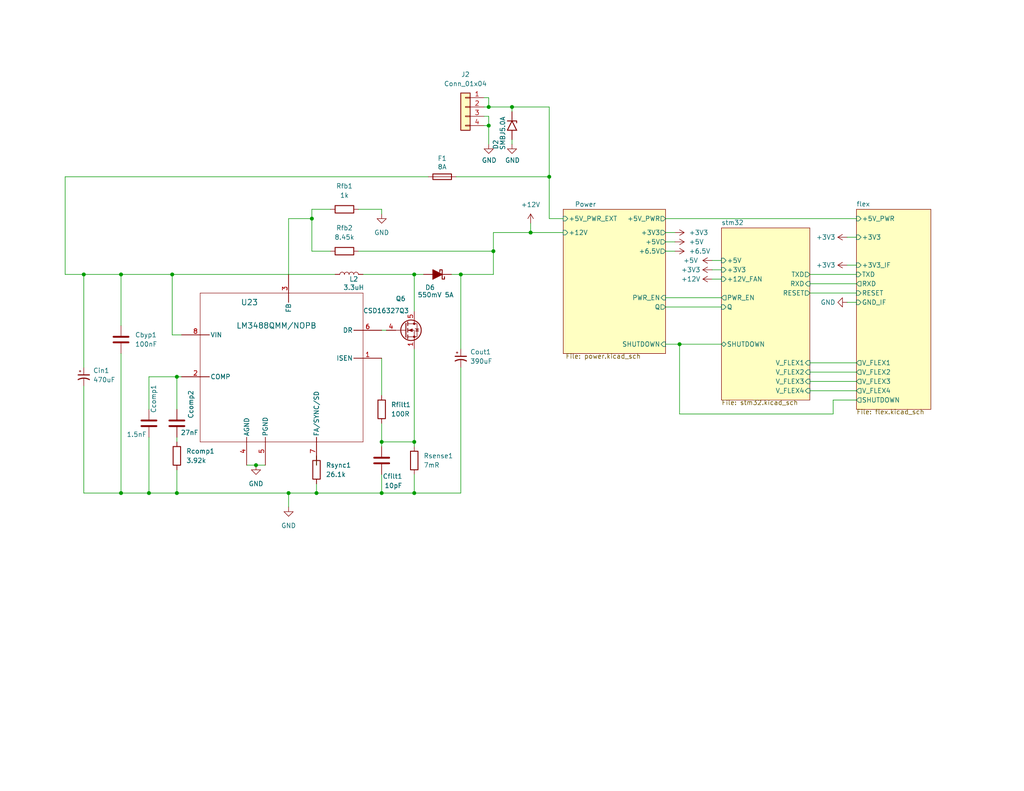
<source format=kicad_sch>
(kicad_sch
	(version 20231120)
	(generator "eeschema")
	(generator_version "8.0")
	(uuid "e63e39d7-6ac0-4ffd-8aa3-1841a4541b55")
	(paper "A")
	(title_block
		(title "bitaxeHex")
		(date "2023-12-28")
		(rev "302")
	)
	(lib_symbols
		(symbol "Connector_Generic:Conn_01x04"
			(pin_names
				(offset 1.016) hide)
			(exclude_from_sim no)
			(in_bom yes)
			(on_board yes)
			(property "Reference" "J"
				(at 0 5.08 0)
				(effects
					(font
						(size 1.27 1.27)
					)
				)
			)
			(property "Value" "Conn_01x04"
				(at 0 -7.62 0)
				(effects
					(font
						(size 1.27 1.27)
					)
				)
			)
			(property "Footprint" ""
				(at 0 0 0)
				(effects
					(font
						(size 1.27 1.27)
					)
					(hide yes)
				)
			)
			(property "Datasheet" "~"
				(at 0 0 0)
				(effects
					(font
						(size 1.27 1.27)
					)
					(hide yes)
				)
			)
			(property "Description" "Generic connector, single row, 01x04, script generated (kicad-library-utils/schlib/autogen/connector/)"
				(at 0 0 0)
				(effects
					(font
						(size 1.27 1.27)
					)
					(hide yes)
				)
			)
			(property "ki_keywords" "connector"
				(at 0 0 0)
				(effects
					(font
						(size 1.27 1.27)
					)
					(hide yes)
				)
			)
			(property "ki_fp_filters" "Connector*:*_1x??_*"
				(at 0 0 0)
				(effects
					(font
						(size 1.27 1.27)
					)
					(hide yes)
				)
			)
			(symbol "Conn_01x04_1_1"
				(rectangle
					(start -1.27 -4.953)
					(end 0 -5.207)
					(stroke
						(width 0.1524)
						(type default)
					)
					(fill
						(type none)
					)
				)
				(rectangle
					(start -1.27 -2.413)
					(end 0 -2.667)
					(stroke
						(width 0.1524)
						(type default)
					)
					(fill
						(type none)
					)
				)
				(rectangle
					(start -1.27 0.127)
					(end 0 -0.127)
					(stroke
						(width 0.1524)
						(type default)
					)
					(fill
						(type none)
					)
				)
				(rectangle
					(start -1.27 2.667)
					(end 0 2.413)
					(stroke
						(width 0.1524)
						(type default)
					)
					(fill
						(type none)
					)
				)
				(rectangle
					(start -1.27 3.81)
					(end 1.27 -6.35)
					(stroke
						(width 0.254)
						(type default)
					)
					(fill
						(type background)
					)
				)
				(pin passive line
					(at -5.08 2.54 0)
					(length 3.81)
					(name "Pin_1"
						(effects
							(font
								(size 1.27 1.27)
							)
						)
					)
					(number "1"
						(effects
							(font
								(size 1.27 1.27)
							)
						)
					)
				)
				(pin passive line
					(at -5.08 0 0)
					(length 3.81)
					(name "Pin_2"
						(effects
							(font
								(size 1.27 1.27)
							)
						)
					)
					(number "2"
						(effects
							(font
								(size 1.27 1.27)
							)
						)
					)
				)
				(pin passive line
					(at -5.08 -2.54 0)
					(length 3.81)
					(name "Pin_3"
						(effects
							(font
								(size 1.27 1.27)
							)
						)
					)
					(number "3"
						(effects
							(font
								(size 1.27 1.27)
							)
						)
					)
				)
				(pin passive line
					(at -5.08 -5.08 0)
					(length 3.81)
					(name "Pin_4"
						(effects
							(font
								(size 1.27 1.27)
							)
						)
					)
					(number "4"
						(effects
							(font
								(size 1.27 1.27)
							)
						)
					)
				)
			)
		)
		(symbol "Device:C"
			(pin_numbers hide)
			(pin_names
				(offset 0.254)
			)
			(exclude_from_sim no)
			(in_bom yes)
			(on_board yes)
			(property "Reference" "C"
				(at 0.635 2.54 0)
				(effects
					(font
						(size 1.27 1.27)
					)
					(justify left)
				)
			)
			(property "Value" "C"
				(at 0.635 -2.54 0)
				(effects
					(font
						(size 1.27 1.27)
					)
					(justify left)
				)
			)
			(property "Footprint" ""
				(at 0.9652 -3.81 0)
				(effects
					(font
						(size 1.27 1.27)
					)
					(hide yes)
				)
			)
			(property "Datasheet" "~"
				(at 0 0 0)
				(effects
					(font
						(size 1.27 1.27)
					)
					(hide yes)
				)
			)
			(property "Description" "Unpolarized capacitor"
				(at 0 0 0)
				(effects
					(font
						(size 1.27 1.27)
					)
					(hide yes)
				)
			)
			(property "ki_keywords" "cap capacitor"
				(at 0 0 0)
				(effects
					(font
						(size 1.27 1.27)
					)
					(hide yes)
				)
			)
			(property "ki_fp_filters" "C_*"
				(at 0 0 0)
				(effects
					(font
						(size 1.27 1.27)
					)
					(hide yes)
				)
			)
			(symbol "C_0_1"
				(polyline
					(pts
						(xy -2.032 -0.762) (xy 2.032 -0.762)
					)
					(stroke
						(width 0.508)
						(type default)
					)
					(fill
						(type none)
					)
				)
				(polyline
					(pts
						(xy -2.032 0.762) (xy 2.032 0.762)
					)
					(stroke
						(width 0.508)
						(type default)
					)
					(fill
						(type none)
					)
				)
			)
			(symbol "C_1_1"
				(pin passive line
					(at 0 3.81 270)
					(length 2.794)
					(name "~"
						(effects
							(font
								(size 1.27 1.27)
							)
						)
					)
					(number "1"
						(effects
							(font
								(size 1.27 1.27)
							)
						)
					)
				)
				(pin passive line
					(at 0 -3.81 90)
					(length 2.794)
					(name "~"
						(effects
							(font
								(size 1.27 1.27)
							)
						)
					)
					(number "2"
						(effects
							(font
								(size 1.27 1.27)
							)
						)
					)
				)
			)
		)
		(symbol "Device:C_Polarized_Small_US"
			(pin_numbers hide)
			(pin_names
				(offset 0.254) hide)
			(exclude_from_sim no)
			(in_bom yes)
			(on_board yes)
			(property "Reference" "C"
				(at 0.254 1.778 0)
				(effects
					(font
						(size 1.27 1.27)
					)
					(justify left)
				)
			)
			(property "Value" "C_Polarized_Small_US"
				(at 0.254 -2.032 0)
				(effects
					(font
						(size 1.27 1.27)
					)
					(justify left)
				)
			)
			(property "Footprint" ""
				(at 0 0 0)
				(effects
					(font
						(size 1.27 1.27)
					)
					(hide yes)
				)
			)
			(property "Datasheet" "~"
				(at 0 0 0)
				(effects
					(font
						(size 1.27 1.27)
					)
					(hide yes)
				)
			)
			(property "Description" "Polarized capacitor, small US symbol"
				(at 0 0 0)
				(effects
					(font
						(size 1.27 1.27)
					)
					(hide yes)
				)
			)
			(property "ki_keywords" "cap capacitor"
				(at 0 0 0)
				(effects
					(font
						(size 1.27 1.27)
					)
					(hide yes)
				)
			)
			(property "ki_fp_filters" "CP_*"
				(at 0 0 0)
				(effects
					(font
						(size 1.27 1.27)
					)
					(hide yes)
				)
			)
			(symbol "C_Polarized_Small_US_0_1"
				(polyline
					(pts
						(xy -1.524 0.508) (xy 1.524 0.508)
					)
					(stroke
						(width 0.3048)
						(type default)
					)
					(fill
						(type none)
					)
				)
				(polyline
					(pts
						(xy -1.27 1.524) (xy -0.762 1.524)
					)
					(stroke
						(width 0)
						(type default)
					)
					(fill
						(type none)
					)
				)
				(polyline
					(pts
						(xy -1.016 1.27) (xy -1.016 1.778)
					)
					(stroke
						(width 0)
						(type default)
					)
					(fill
						(type none)
					)
				)
				(arc
					(start 1.524 -0.762)
					(mid 0 -0.3734)
					(end -1.524 -0.762)
					(stroke
						(width 0.3048)
						(type default)
					)
					(fill
						(type none)
					)
				)
			)
			(symbol "C_Polarized_Small_US_1_1"
				(pin passive line
					(at 0 2.54 270)
					(length 2.032)
					(name "~"
						(effects
							(font
								(size 1.27 1.27)
							)
						)
					)
					(number "1"
						(effects
							(font
								(size 1.27 1.27)
							)
						)
					)
				)
				(pin passive line
					(at 0 -2.54 90)
					(length 2.032)
					(name "~"
						(effects
							(font
								(size 1.27 1.27)
							)
						)
					)
					(number "2"
						(effects
							(font
								(size 1.27 1.27)
							)
						)
					)
				)
			)
		)
		(symbol "Device:Fuse"
			(pin_numbers hide)
			(pin_names
				(offset 0)
			)
			(exclude_from_sim no)
			(in_bom yes)
			(on_board yes)
			(property "Reference" "F"
				(at 2.032 0 90)
				(effects
					(font
						(size 1.27 1.27)
					)
				)
			)
			(property "Value" "Fuse"
				(at -1.905 0 90)
				(effects
					(font
						(size 1.27 1.27)
					)
				)
			)
			(property "Footprint" ""
				(at -1.778 0 90)
				(effects
					(font
						(size 1.27 1.27)
					)
					(hide yes)
				)
			)
			(property "Datasheet" "~"
				(at 0 0 0)
				(effects
					(font
						(size 1.27 1.27)
					)
					(hide yes)
				)
			)
			(property "Description" "Fuse"
				(at 0 0 0)
				(effects
					(font
						(size 1.27 1.27)
					)
					(hide yes)
				)
			)
			(property "ki_keywords" "fuse"
				(at 0 0 0)
				(effects
					(font
						(size 1.27 1.27)
					)
					(hide yes)
				)
			)
			(property "ki_fp_filters" "*Fuse*"
				(at 0 0 0)
				(effects
					(font
						(size 1.27 1.27)
					)
					(hide yes)
				)
			)
			(symbol "Fuse_0_1"
				(rectangle
					(start -0.762 -2.54)
					(end 0.762 2.54)
					(stroke
						(width 0.254)
						(type default)
					)
					(fill
						(type none)
					)
				)
				(polyline
					(pts
						(xy 0 2.54) (xy 0 -2.54)
					)
					(stroke
						(width 0)
						(type default)
					)
					(fill
						(type none)
					)
				)
			)
			(symbol "Fuse_1_1"
				(pin passive line
					(at 0 3.81 270)
					(length 1.27)
					(name "~"
						(effects
							(font
								(size 1.27 1.27)
							)
						)
					)
					(number "1"
						(effects
							(font
								(size 1.27 1.27)
							)
						)
					)
				)
				(pin passive line
					(at 0 -3.81 90)
					(length 1.27)
					(name "~"
						(effects
							(font
								(size 1.27 1.27)
							)
						)
					)
					(number "2"
						(effects
							(font
								(size 1.27 1.27)
							)
						)
					)
				)
			)
		)
		(symbol "Device:L"
			(pin_numbers hide)
			(pin_names
				(offset 1.016) hide)
			(exclude_from_sim no)
			(in_bom yes)
			(on_board yes)
			(property "Reference" "L"
				(at -1.27 0 90)
				(effects
					(font
						(size 1.27 1.27)
					)
				)
			)
			(property "Value" "L"
				(at 1.905 0 90)
				(effects
					(font
						(size 1.27 1.27)
					)
				)
			)
			(property "Footprint" ""
				(at 0 0 0)
				(effects
					(font
						(size 1.27 1.27)
					)
					(hide yes)
				)
			)
			(property "Datasheet" "~"
				(at 0 0 0)
				(effects
					(font
						(size 1.27 1.27)
					)
					(hide yes)
				)
			)
			(property "Description" "Inductor"
				(at 0 0 0)
				(effects
					(font
						(size 1.27 1.27)
					)
					(hide yes)
				)
			)
			(property "ki_keywords" "inductor choke coil reactor magnetic"
				(at 0 0 0)
				(effects
					(font
						(size 1.27 1.27)
					)
					(hide yes)
				)
			)
			(property "ki_fp_filters" "Choke_* *Coil* Inductor_* L_*"
				(at 0 0 0)
				(effects
					(font
						(size 1.27 1.27)
					)
					(hide yes)
				)
			)
			(symbol "L_0_1"
				(arc
					(start 0 -2.54)
					(mid 0.6323 -1.905)
					(end 0 -1.27)
					(stroke
						(width 0)
						(type default)
					)
					(fill
						(type none)
					)
				)
				(arc
					(start 0 -1.27)
					(mid 0.6323 -0.635)
					(end 0 0)
					(stroke
						(width 0)
						(type default)
					)
					(fill
						(type none)
					)
				)
				(arc
					(start 0 0)
					(mid 0.6323 0.635)
					(end 0 1.27)
					(stroke
						(width 0)
						(type default)
					)
					(fill
						(type none)
					)
				)
				(arc
					(start 0 1.27)
					(mid 0.6323 1.905)
					(end 0 2.54)
					(stroke
						(width 0)
						(type default)
					)
					(fill
						(type none)
					)
				)
			)
			(symbol "L_1_1"
				(pin passive line
					(at 0 3.81 270)
					(length 1.27)
					(name "1"
						(effects
							(font
								(size 1.27 1.27)
							)
						)
					)
					(number "1"
						(effects
							(font
								(size 1.27 1.27)
							)
						)
					)
				)
				(pin passive line
					(at 0 -3.81 90)
					(length 1.27)
					(name "2"
						(effects
							(font
								(size 1.27 1.27)
							)
						)
					)
					(number "2"
						(effects
							(font
								(size 1.27 1.27)
							)
						)
					)
				)
			)
		)
		(symbol "Device:R"
			(pin_numbers hide)
			(pin_names
				(offset 0)
			)
			(exclude_from_sim no)
			(in_bom yes)
			(on_board yes)
			(property "Reference" "R"
				(at 2.032 0 90)
				(effects
					(font
						(size 1.27 1.27)
					)
				)
			)
			(property "Value" "R"
				(at 0 0 90)
				(effects
					(font
						(size 1.27 1.27)
					)
				)
			)
			(property "Footprint" ""
				(at -1.778 0 90)
				(effects
					(font
						(size 1.27 1.27)
					)
					(hide yes)
				)
			)
			(property "Datasheet" "~"
				(at 0 0 0)
				(effects
					(font
						(size 1.27 1.27)
					)
					(hide yes)
				)
			)
			(property "Description" "Resistor"
				(at 0 0 0)
				(effects
					(font
						(size 1.27 1.27)
					)
					(hide yes)
				)
			)
			(property "ki_keywords" "R res resistor"
				(at 0 0 0)
				(effects
					(font
						(size 1.27 1.27)
					)
					(hide yes)
				)
			)
			(property "ki_fp_filters" "R_*"
				(at 0 0 0)
				(effects
					(font
						(size 1.27 1.27)
					)
					(hide yes)
				)
			)
			(symbol "R_0_1"
				(rectangle
					(start -1.016 -2.54)
					(end 1.016 2.54)
					(stroke
						(width 0.254)
						(type default)
					)
					(fill
						(type none)
					)
				)
			)
			(symbol "R_1_1"
				(pin passive line
					(at 0 3.81 270)
					(length 1.27)
					(name "~"
						(effects
							(font
								(size 1.27 1.27)
							)
						)
					)
					(number "1"
						(effects
							(font
								(size 1.27 1.27)
							)
						)
					)
				)
				(pin passive line
					(at 0 -3.81 90)
					(length 1.27)
					(name "~"
						(effects
							(font
								(size 1.27 1.27)
							)
						)
					)
					(number "2"
						(effects
							(font
								(size 1.27 1.27)
							)
						)
					)
				)
			)
		)
		(symbol "Diode:5KPxxA"
			(pin_numbers hide)
			(pin_names
				(offset 1.016) hide)
			(exclude_from_sim no)
			(in_bom yes)
			(on_board yes)
			(property "Reference" "D"
				(at 0 2.54 0)
				(effects
					(font
						(size 1.27 1.27)
					)
				)
			)
			(property "Value" "5KPxxA"
				(at 0 -2.54 0)
				(effects
					(font
						(size 1.27 1.27)
					)
				)
			)
			(property "Footprint" "Diode_THT:D_P600_R-6_P20.00mm_Horizontal"
				(at 0 -5.08 0)
				(effects
					(font
						(size 1.27 1.27)
					)
					(hide yes)
				)
			)
			(property "Datasheet" "https://diotec.com/tl_files/diotec/files/pdf/datasheets/5kp65.pdf"
				(at -1.27 0 0)
				(effects
					(font
						(size 1.27 1.27)
					)
					(hide yes)
				)
			)
			(property "Description" "5000W unidirectional Transient Voltage Suppressor, P-600"
				(at 0 0 0)
				(effects
					(font
						(size 1.27 1.27)
					)
					(hide yes)
				)
			)
			(property "ki_keywords" "diode TVS voltage suppressor"
				(at 0 0 0)
				(effects
					(font
						(size 1.27 1.27)
					)
					(hide yes)
				)
			)
			(property "ki_fp_filters" "D?P600*"
				(at 0 0 0)
				(effects
					(font
						(size 1.27 1.27)
					)
					(hide yes)
				)
			)
			(symbol "5KPxxA_0_1"
				(polyline
					(pts
						(xy -0.762 1.27) (xy -1.27 1.27) (xy -1.27 -1.27)
					)
					(stroke
						(width 0.254)
						(type default)
					)
					(fill
						(type none)
					)
				)
				(polyline
					(pts
						(xy 1.27 1.27) (xy 1.27 -1.27) (xy -1.27 0) (xy 1.27 1.27)
					)
					(stroke
						(width 0.254)
						(type default)
					)
					(fill
						(type none)
					)
				)
			)
			(symbol "5KPxxA_1_1"
				(pin passive line
					(at -3.81 0 0)
					(length 2.54)
					(name "A1"
						(effects
							(font
								(size 1.27 1.27)
							)
						)
					)
					(number "1"
						(effects
							(font
								(size 1.27 1.27)
							)
						)
					)
				)
				(pin passive line
					(at 3.81 0 180)
					(length 2.54)
					(name "A2"
						(effects
							(font
								(size 1.27 1.27)
							)
						)
					)
					(number "2"
						(effects
							(font
								(size 1.27 1.27)
							)
						)
					)
				)
			)
		)
		(symbol "GND_2"
			(power)
			(pin_numbers hide)
			(pin_names
				(offset 0) hide)
			(exclude_from_sim no)
			(in_bom yes)
			(on_board yes)
			(property "Reference" "#PWR"
				(at 0 -6.35 0)
				(effects
					(font
						(size 1.27 1.27)
					)
					(hide yes)
				)
			)
			(property "Value" "GND"
				(at 0 -3.81 0)
				(effects
					(font
						(size 1.27 1.27)
					)
				)
			)
			(property "Footprint" ""
				(at 0 0 0)
				(effects
					(font
						(size 1.27 1.27)
					)
					(hide yes)
				)
			)
			(property "Datasheet" ""
				(at 0 0 0)
				(effects
					(font
						(size 1.27 1.27)
					)
					(hide yes)
				)
			)
			(property "Description" "Power symbol creates a global label with name \"GND\" , ground"
				(at 0 0 0)
				(effects
					(font
						(size 1.27 1.27)
					)
					(hide yes)
				)
			)
			(property "ki_keywords" "global power"
				(at 0 0 0)
				(effects
					(font
						(size 1.27 1.27)
					)
					(hide yes)
				)
			)
			(symbol "GND_2_0_1"
				(polyline
					(pts
						(xy 0 0) (xy 0 -1.27) (xy 1.27 -1.27) (xy 0 -2.54) (xy -1.27 -1.27) (xy 0 -1.27)
					)
					(stroke
						(width 0)
						(type default)
					)
					(fill
						(type none)
					)
				)
			)
			(symbol "GND_2_1_1"
				(pin power_in line
					(at 0 0 270)
					(length 0)
					(name "~"
						(effects
							(font
								(size 1.27 1.27)
							)
						)
					)
					(number "1"
						(effects
							(font
								(size 1.27 1.27)
							)
						)
					)
				)
			)
		)
		(symbol "PCM_Diode_Schottky_AKL:D_Schottky_Generic"
			(pin_numbers hide)
			(pin_names
				(offset 1.016) hide)
			(exclude_from_sim no)
			(in_bom yes)
			(on_board yes)
			(property "Reference" "D"
				(at 0 5.08 0)
				(effects
					(font
						(size 1.27 1.27)
					)
				)
			)
			(property "Value" "D_Schottky_Generic"
				(at 0 2.54 0)
				(effects
					(font
						(size 1.27 1.27)
					)
				)
			)
			(property "Footprint" ""
				(at 0 0 0)
				(effects
					(font
						(size 1.27 1.27)
					)
					(hide yes)
				)
			)
			(property "Datasheet" "~"
				(at 0 0 0)
				(effects
					(font
						(size 1.27 1.27)
					)
					(hide yes)
				)
			)
			(property "Description" "Schottky diode, Generic Symbol, Alternate KiCAD Library"
				(at 0 0 0)
				(effects
					(font
						(size 1.27 1.27)
					)
					(hide yes)
				)
			)
			(property "ki_keywords" "diode Schottky generic"
				(at 0 0 0)
				(effects
					(font
						(size 1.27 1.27)
					)
					(hide yes)
				)
			)
			(property "ki_fp_filters" "TO-???* *_Diode_* *SingleDiode* D_*"
				(at 0 0 0)
				(effects
					(font
						(size 1.27 1.27)
					)
					(hide yes)
				)
			)
			(symbol "D_Schottky_Generic_0_1"
				(polyline
					(pts
						(xy -1.27 0) (xy 1.27 0)
					)
					(stroke
						(width 0)
						(type default)
					)
					(fill
						(type none)
					)
				)
				(polyline
					(pts
						(xy -1.27 -1.27) (xy -1.27 1.27) (xy 1.27 0) (xy -1.27 -1.27)
					)
					(stroke
						(width 0.254)
						(type default)
					)
					(fill
						(type outline)
					)
				)
				(polyline
					(pts
						(xy 1.905 -0.635) (xy 1.905 -1.27) (xy 1.27 -1.27) (xy 1.27 1.27) (xy 0.635 1.27) (xy 0.635 0.635)
					)
					(stroke
						(width 0.254)
						(type default)
					)
					(fill
						(type none)
					)
				)
			)
			(symbol "D_Schottky_Generic_1_1"
				(pin passive line
					(at 3.81 0 180)
					(length 2.54)
					(name "K"
						(effects
							(font
								(size 1.27 1.27)
							)
						)
					)
					(number "1"
						(effects
							(font
								(size 1.27 1.27)
							)
						)
					)
				)
				(pin passive line
					(at -3.81 0 0)
					(length 2.54)
					(name "A"
						(effects
							(font
								(size 1.27 1.27)
							)
						)
					)
					(number "2"
						(effects
							(font
								(size 1.27 1.27)
							)
						)
					)
				)
			)
		)
		(symbol "Transistor_FET:CSD16327Q3"
			(pin_names hide)
			(exclude_from_sim no)
			(in_bom yes)
			(on_board yes)
			(property "Reference" "Q"
				(at 5.08 1.905 0)
				(effects
					(font
						(size 1.27 1.27)
					)
					(justify left)
				)
			)
			(property "Value" "CSD16327Q3"
				(at 5.08 0 0)
				(effects
					(font
						(size 1.27 1.27)
					)
					(justify left)
				)
			)
			(property "Footprint" "Package_SON:VSON-8_3.3x3.3mm_P0.65mm_NexFET"
				(at 5.08 -1.905 0)
				(effects
					(font
						(size 1.27 1.27)
						(italic yes)
					)
					(justify left)
					(hide yes)
				)
			)
			(property "Datasheet" "https://www.ti.com/lit/ds/symlink/csd16327q3.pdf"
				(at 5.08 -3.81 0)
				(effects
					(font
						(size 1.27 1.27)
					)
					(justify left)
					(hide yes)
				)
			)
			(property "Description" "60A Id, 25V Vds, NexFET N-Channel Power MOSFET, 3.4mOhm Ron, Qg Typ 6.2nC, VSON-8 3.3x3.3mm"
				(at 0 0 0)
				(effects
					(font
						(size 1.27 1.27)
					)
					(hide yes)
				)
			)
			(property "ki_keywords" "NexFET Power MOSFET N-MOS"
				(at 0 0 0)
				(effects
					(font
						(size 1.27 1.27)
					)
					(hide yes)
				)
			)
			(property "ki_fp_filters" "VSON*3.3x3.3mm*P0.65mm*NexFET*"
				(at 0 0 0)
				(effects
					(font
						(size 1.27 1.27)
					)
					(hide yes)
				)
			)
			(symbol "CSD16327Q3_0_1"
				(polyline
					(pts
						(xy 0.254 0) (xy -2.54 0)
					)
					(stroke
						(width 0)
						(type default)
					)
					(fill
						(type none)
					)
				)
				(polyline
					(pts
						(xy 0.254 1.905) (xy 0.254 -1.905)
					)
					(stroke
						(width 0.254)
						(type default)
					)
					(fill
						(type none)
					)
				)
				(polyline
					(pts
						(xy 0.762 -1.27) (xy 0.762 -2.286)
					)
					(stroke
						(width 0.254)
						(type default)
					)
					(fill
						(type none)
					)
				)
				(polyline
					(pts
						(xy 0.762 0.508) (xy 0.762 -0.508)
					)
					(stroke
						(width 0.254)
						(type default)
					)
					(fill
						(type none)
					)
				)
				(polyline
					(pts
						(xy 0.762 2.286) (xy 0.762 1.27)
					)
					(stroke
						(width 0.254)
						(type default)
					)
					(fill
						(type none)
					)
				)
				(polyline
					(pts
						(xy 2.54 2.54) (xy 2.54 1.778)
					)
					(stroke
						(width 0)
						(type default)
					)
					(fill
						(type none)
					)
				)
				(polyline
					(pts
						(xy 2.54 -2.54) (xy 2.54 0) (xy 0.762 0)
					)
					(stroke
						(width 0)
						(type default)
					)
					(fill
						(type none)
					)
				)
				(polyline
					(pts
						(xy 0.762 -1.778) (xy 3.302 -1.778) (xy 3.302 1.778) (xy 0.762 1.778)
					)
					(stroke
						(width 0)
						(type default)
					)
					(fill
						(type none)
					)
				)
				(polyline
					(pts
						(xy 1.016 0) (xy 2.032 0.381) (xy 2.032 -0.381) (xy 1.016 0)
					)
					(stroke
						(width 0)
						(type default)
					)
					(fill
						(type outline)
					)
				)
				(polyline
					(pts
						(xy 2.794 0.508) (xy 2.921 0.381) (xy 3.683 0.381) (xy 3.81 0.254)
					)
					(stroke
						(width 0)
						(type default)
					)
					(fill
						(type none)
					)
				)
				(polyline
					(pts
						(xy 3.302 0.381) (xy 2.921 -0.254) (xy 3.683 -0.254) (xy 3.302 0.381)
					)
					(stroke
						(width 0)
						(type default)
					)
					(fill
						(type none)
					)
				)
				(circle
					(center 1.651 0)
					(radius 2.794)
					(stroke
						(width 0.254)
						(type default)
					)
					(fill
						(type none)
					)
				)
				(circle
					(center 2.54 -1.778)
					(radius 0.254)
					(stroke
						(width 0)
						(type default)
					)
					(fill
						(type outline)
					)
				)
				(circle
					(center 2.54 1.778)
					(radius 0.254)
					(stroke
						(width 0)
						(type default)
					)
					(fill
						(type outline)
					)
				)
			)
			(symbol "CSD16327Q3_1_1"
				(pin passive line
					(at 2.54 -5.08 90)
					(length 2.54)
					(name "S"
						(effects
							(font
								(size 1.27 1.27)
							)
						)
					)
					(number "1"
						(effects
							(font
								(size 1.27 1.27)
							)
						)
					)
				)
				(pin passive line
					(at 2.54 -5.08 90)
					(length 2.54) hide
					(name "S"
						(effects
							(font
								(size 1.27 1.27)
							)
						)
					)
					(number "2"
						(effects
							(font
								(size 1.27 1.27)
							)
						)
					)
				)
				(pin passive line
					(at 2.54 -5.08 90)
					(length 2.54) hide
					(name "S"
						(effects
							(font
								(size 1.27 1.27)
							)
						)
					)
					(number "3"
						(effects
							(font
								(size 1.27 1.27)
							)
						)
					)
				)
				(pin passive line
					(at -5.08 0 0)
					(length 2.54)
					(name "G"
						(effects
							(font
								(size 1.27 1.27)
							)
						)
					)
					(number "4"
						(effects
							(font
								(size 1.27 1.27)
							)
						)
					)
				)
				(pin passive line
					(at 2.54 5.08 270)
					(length 2.54)
					(name "D"
						(effects
							(font
								(size 1.27 1.27)
							)
						)
					)
					(number "5"
						(effects
							(font
								(size 1.27 1.27)
							)
						)
					)
				)
			)
		)
		(symbol "lm3348:LM3488QMM_NOPB"
			(pin_names
				(offset 0.254)
			)
			(exclude_from_sim no)
			(in_bom yes)
			(on_board yes)
			(property "Reference" "U23"
				(at 21.082 2.54 0)
				(effects
					(font
						(size 1.524 1.524)
					)
				)
			)
			(property "Value" "LM3488QMM/NOPB"
				(at 28.448 -3.81 0)
				(effects
					(font
						(size 1.524 1.524)
					)
				)
			)
			(property "Footprint" "digikey-footprints:DGK8"
				(at -12.7 11.938 0)
				(effects
					(font
						(size 1.27 1.27)
						(italic yes)
					)
					(hide yes)
				)
			)
			(property "Datasheet" "LM3488QMM/NOPB"
				(at -11.938 9.144 0)
				(effects
					(font
						(size 1.27 1.27)
						(italic yes)
					)
					(hide yes)
				)
			)
			(property "Description" ""
				(at 0 0 0)
				(effects
					(font
						(size 1.27 1.27)
					)
					(hide yes)
				)
			)
			(property "DK-Partnumber" "LM3488QMM/NOPBCT-ND"
				(at 0 0 0)
				(effects
					(font
						(size 1.27 1.27)
					)
					(hide yes)
				)
			)
			(property "MPN" "LM3488QMM/NOPB"
				(at 0 0 0)
				(effects
					(font
						(size 1.27 1.27)
					)
					(hide yes)
				)
			)
			(property "ki_locked" ""
				(at 0 0 0)
				(effects
					(font
						(size 1.27 1.27)
					)
				)
			)
			(property "ki_keywords" "LM3488QMM/NOPB"
				(at 0 0 0)
				(effects
					(font
						(size 1.27 1.27)
					)
					(hide yes)
				)
			)
			(property "ki_fp_filters" "DGK8 DGK8-M DGK8-L"
				(at 0 0 0)
				(effects
					(font
						(size 1.27 1.27)
					)
					(hide yes)
				)
			)
			(symbol "LM3488QMM_NOPB_0_1"
				(polyline
					(pts
						(xy 7.62 -35.56) (xy 52.07 -35.56)
					)
					(stroke
						(width 0.127)
						(type default)
					)
					(fill
						(type none)
					)
				)
				(polyline
					(pts
						(xy 7.62 5.08) (xy 7.62 -35.56)
					)
					(stroke
						(width 0.127)
						(type default)
					)
					(fill
						(type none)
					)
				)
				(polyline
					(pts
						(xy 52.07 -35.56) (xy 52.07 5.08)
					)
					(stroke
						(width 0.127)
						(type default)
					)
					(fill
						(type none)
					)
				)
				(polyline
					(pts
						(xy 52.07 5.08) (xy 7.62 5.08)
					)
					(stroke
						(width 0.127)
						(type default)
					)
					(fill
						(type none)
					)
				)
				(pin input line
					(at 57.15 -12.7 180)
					(length 7.62)
					(name "ISEN"
						(effects
							(font
								(size 1.27 1.27)
							)
						)
					)
					(number "1"
						(effects
							(font
								(size 1.27 1.27)
							)
						)
					)
				)
				(pin unspecified line
					(at 2.54 -17.78 0)
					(length 7.62)
					(name "COMP"
						(effects
							(font
								(size 1.27 1.27)
							)
						)
					)
					(number "2"
						(effects
							(font
								(size 1.27 1.27)
							)
						)
					)
				)
				(pin unspecified line
					(at 31.75 10.16 270)
					(length 7.62)
					(name "FB"
						(effects
							(font
								(size 1.27 1.27)
							)
						)
					)
					(number "3"
						(effects
							(font
								(size 1.27 1.27)
							)
						)
					)
				)
				(pin power_in line
					(at 20.32 -41.91 90)
					(length 7.62)
					(name "AGND"
						(effects
							(font
								(size 1.27 1.27)
							)
						)
					)
					(number "4"
						(effects
							(font
								(size 1.27 1.27)
							)
						)
					)
				)
				(pin power_in line
					(at 25.4 -41.91 90)
					(length 7.62)
					(name "PGND"
						(effects
							(font
								(size 1.27 1.27)
							)
						)
					)
					(number "5"
						(effects
							(font
								(size 1.27 1.27)
							)
						)
					)
				)
				(pin unspecified line
					(at 57.15 -5.08 180)
					(length 7.62)
					(name "DR"
						(effects
							(font
								(size 1.27 1.27)
							)
						)
					)
					(number "6"
						(effects
							(font
								(size 1.27 1.27)
							)
						)
					)
				)
				(pin unspecified line
					(at 39.37 -41.91 90)
					(length 7.62)
					(name "FA/SYNC/SD"
						(effects
							(font
								(size 1.27 1.27)
							)
						)
					)
					(number "7"
						(effects
							(font
								(size 1.27 1.27)
							)
						)
					)
				)
				(pin input line
					(at 2.54 -6.35 0)
					(length 7.62)
					(name "VIN"
						(effects
							(font
								(size 1.27 1.27)
							)
						)
					)
					(number "8"
						(effects
							(font
								(size 1.27 1.27)
							)
						)
					)
				)
			)
		)
		(symbol "mylib7:+6.5V"
			(power)
			(pin_names
				(offset 0)
			)
			(exclude_from_sim no)
			(in_bom yes)
			(on_board yes)
			(property "Reference" "#PWR034"
				(at 0 -3.81 0)
				(effects
					(font
						(size 1.27 1.27)
					)
					(hide yes)
				)
			)
			(property "Value" "+6.5V"
				(at 0 4.445 0)
				(effects
					(font
						(size 1.27 1.27)
					)
				)
			)
			(property "Footprint" ""
				(at 0 0 0)
				(effects
					(font
						(size 1.27 1.27)
					)
					(hide yes)
				)
			)
			(property "Datasheet" ""
				(at 0 0 0)
				(effects
					(font
						(size 1.27 1.27)
					)
					(hide yes)
				)
			)
			(property "Description" ""
				(at 0 0 0)
				(effects
					(font
						(size 1.27 1.27)
					)
					(hide yes)
				)
			)
			(property "ki_keywords" "global power"
				(at 0 0 0)
				(effects
					(font
						(size 1.27 1.27)
					)
					(hide yes)
				)
			)
			(symbol "+6.5V_0_1"
				(polyline
					(pts
						(xy -0.762 1.27) (xy 0 2.54)
					)
					(stroke
						(width 0)
						(type default)
					)
					(fill
						(type none)
					)
				)
				(polyline
					(pts
						(xy 0 0) (xy 0 2.54)
					)
					(stroke
						(width 0)
						(type default)
					)
					(fill
						(type none)
					)
				)
				(polyline
					(pts
						(xy 0 2.54) (xy 0.762 1.27)
					)
					(stroke
						(width 0)
						(type default)
					)
					(fill
						(type none)
					)
				)
			)
			(symbol "+6.5V_1_1"
				(pin power_in line
					(at 0 0 90)
					(length 0) hide
					(name "+5V"
						(effects
							(font
								(size 1.27 1.27)
							)
						)
					)
					(number "1"
						(effects
							(font
								(size 1.27 1.27)
							)
						)
					)
				)
			)
		)
		(symbol "power:+12V"
			(power)
			(pin_names
				(offset 0)
			)
			(exclude_from_sim no)
			(in_bom yes)
			(on_board yes)
			(property "Reference" "#PWR"
				(at 0 -3.81 0)
				(effects
					(font
						(size 1.27 1.27)
					)
					(hide yes)
				)
			)
			(property "Value" "+12V"
				(at 0 3.556 0)
				(effects
					(font
						(size 1.27 1.27)
					)
				)
			)
			(property "Footprint" ""
				(at 0 0 0)
				(effects
					(font
						(size 1.27 1.27)
					)
					(hide yes)
				)
			)
			(property "Datasheet" ""
				(at 0 0 0)
				(effects
					(font
						(size 1.27 1.27)
					)
					(hide yes)
				)
			)
			(property "Description" "Power symbol creates a global label with name \"+12V\""
				(at 0 0 0)
				(effects
					(font
						(size 1.27 1.27)
					)
					(hide yes)
				)
			)
			(property "ki_keywords" "global power"
				(at 0 0 0)
				(effects
					(font
						(size 1.27 1.27)
					)
					(hide yes)
				)
			)
			(symbol "+12V_0_1"
				(polyline
					(pts
						(xy -0.762 1.27) (xy 0 2.54)
					)
					(stroke
						(width 0)
						(type default)
					)
					(fill
						(type none)
					)
				)
				(polyline
					(pts
						(xy 0 0) (xy 0 2.54)
					)
					(stroke
						(width 0)
						(type default)
					)
					(fill
						(type none)
					)
				)
				(polyline
					(pts
						(xy 0 2.54) (xy 0.762 1.27)
					)
					(stroke
						(width 0)
						(type default)
					)
					(fill
						(type none)
					)
				)
			)
			(symbol "+12V_1_1"
				(pin power_in line
					(at 0 0 90)
					(length 0) hide
					(name "+12V"
						(effects
							(font
								(size 1.27 1.27)
							)
						)
					)
					(number "1"
						(effects
							(font
								(size 1.27 1.27)
							)
						)
					)
				)
			)
		)
		(symbol "power:+3V3"
			(power)
			(pin_names
				(offset 0)
			)
			(exclude_from_sim no)
			(in_bom yes)
			(on_board yes)
			(property "Reference" "#PWR"
				(at 0 -3.81 0)
				(effects
					(font
						(size 1.27 1.27)
					)
					(hide yes)
				)
			)
			(property "Value" "+3V3"
				(at 0 3.556 0)
				(effects
					(font
						(size 1.27 1.27)
					)
				)
			)
			(property "Footprint" ""
				(at 0 0 0)
				(effects
					(font
						(size 1.27 1.27)
					)
					(hide yes)
				)
			)
			(property "Datasheet" ""
				(at 0 0 0)
				(effects
					(font
						(size 1.27 1.27)
					)
					(hide yes)
				)
			)
			(property "Description" "Power symbol creates a global label with name \"+3V3\""
				(at 0 0 0)
				(effects
					(font
						(size 1.27 1.27)
					)
					(hide yes)
				)
			)
			(property "ki_keywords" "global power"
				(at 0 0 0)
				(effects
					(font
						(size 1.27 1.27)
					)
					(hide yes)
				)
			)
			(symbol "+3V3_0_1"
				(polyline
					(pts
						(xy -0.762 1.27) (xy 0 2.54)
					)
					(stroke
						(width 0)
						(type default)
					)
					(fill
						(type none)
					)
				)
				(polyline
					(pts
						(xy 0 0) (xy 0 2.54)
					)
					(stroke
						(width 0)
						(type default)
					)
					(fill
						(type none)
					)
				)
				(polyline
					(pts
						(xy 0 2.54) (xy 0.762 1.27)
					)
					(stroke
						(width 0)
						(type default)
					)
					(fill
						(type none)
					)
				)
			)
			(symbol "+3V3_1_1"
				(pin power_in line
					(at 0 0 90)
					(length 0) hide
					(name "+3V3"
						(effects
							(font
								(size 1.27 1.27)
							)
						)
					)
					(number "1"
						(effects
							(font
								(size 1.27 1.27)
							)
						)
					)
				)
			)
		)
		(symbol "power:+5V"
			(power)
			(pin_names
				(offset 0)
			)
			(exclude_from_sim no)
			(in_bom yes)
			(on_board yes)
			(property "Reference" "#PWR"
				(at 0 -3.81 0)
				(effects
					(font
						(size 1.27 1.27)
					)
					(hide yes)
				)
			)
			(property "Value" "+5V"
				(at 0 3.556 0)
				(effects
					(font
						(size 1.27 1.27)
					)
				)
			)
			(property "Footprint" ""
				(at 0 0 0)
				(effects
					(font
						(size 1.27 1.27)
					)
					(hide yes)
				)
			)
			(property "Datasheet" ""
				(at 0 0 0)
				(effects
					(font
						(size 1.27 1.27)
					)
					(hide yes)
				)
			)
			(property "Description" "Power symbol creates a global label with name \"+5V\""
				(at 0 0 0)
				(effects
					(font
						(size 1.27 1.27)
					)
					(hide yes)
				)
			)
			(property "ki_keywords" "global power"
				(at 0 0 0)
				(effects
					(font
						(size 1.27 1.27)
					)
					(hide yes)
				)
			)
			(symbol "+5V_0_1"
				(polyline
					(pts
						(xy -0.762 1.27) (xy 0 2.54)
					)
					(stroke
						(width 0)
						(type default)
					)
					(fill
						(type none)
					)
				)
				(polyline
					(pts
						(xy 0 0) (xy 0 2.54)
					)
					(stroke
						(width 0)
						(type default)
					)
					(fill
						(type none)
					)
				)
				(polyline
					(pts
						(xy 0 2.54) (xy 0.762 1.27)
					)
					(stroke
						(width 0)
						(type default)
					)
					(fill
						(type none)
					)
				)
			)
			(symbol "+5V_1_1"
				(pin power_in line
					(at 0 0 90)
					(length 0) hide
					(name "+5V"
						(effects
							(font
								(size 1.27 1.27)
							)
						)
					)
					(number "1"
						(effects
							(font
								(size 1.27 1.27)
							)
						)
					)
				)
			)
		)
		(symbol "power:GND"
			(power)
			(pin_names
				(offset 0)
			)
			(exclude_from_sim no)
			(in_bom yes)
			(on_board yes)
			(property "Reference" "#PWR"
				(at 0 -6.35 0)
				(effects
					(font
						(size 1.27 1.27)
					)
					(hide yes)
				)
			)
			(property "Value" "GND"
				(at 0 -3.81 0)
				(effects
					(font
						(size 1.27 1.27)
					)
				)
			)
			(property "Footprint" ""
				(at 0 0 0)
				(effects
					(font
						(size 1.27 1.27)
					)
					(hide yes)
				)
			)
			(property "Datasheet" ""
				(at 0 0 0)
				(effects
					(font
						(size 1.27 1.27)
					)
					(hide yes)
				)
			)
			(property "Description" "Power symbol creates a global label with name \"GND\" , ground"
				(at 0 0 0)
				(effects
					(font
						(size 1.27 1.27)
					)
					(hide yes)
				)
			)
			(property "ki_keywords" "global power"
				(at 0 0 0)
				(effects
					(font
						(size 1.27 1.27)
					)
					(hide yes)
				)
			)
			(symbol "GND_0_1"
				(polyline
					(pts
						(xy 0 0) (xy 0 -1.27) (xy 1.27 -1.27) (xy 0 -2.54) (xy -1.27 -1.27) (xy 0 -1.27)
					)
					(stroke
						(width 0)
						(type default)
					)
					(fill
						(type none)
					)
				)
			)
			(symbol "GND_1_1"
				(pin power_in line
					(at 0 0 270)
					(length 0) hide
					(name "GND"
						(effects
							(font
								(size 1.27 1.27)
							)
						)
					)
					(number "1"
						(effects
							(font
								(size 1.27 1.27)
							)
						)
					)
				)
			)
		)
	)
	(junction
		(at 78.74 134.62)
		(diameter 0)
		(color 0 0 0 0)
		(uuid "06fc28d9-cf82-480d-9408-ecd1bf13e439")
	)
	(junction
		(at 46.99 74.93)
		(diameter 0)
		(color 0 0 0 0)
		(uuid "1a6d3243-efd7-41f2-8809-8ac54f01ddc8")
	)
	(junction
		(at 125.73 74.93)
		(diameter 0)
		(color 0 0 0 0)
		(uuid "251d7e99-8349-42e5-9d80-15b28d618aa6")
	)
	(junction
		(at 48.26 102.87)
		(diameter 0)
		(color 0 0 0 0)
		(uuid "26c3ca18-8d1e-4dc9-bfc1-425de2b7f447")
	)
	(junction
		(at 144.78 63.5)
		(diameter 0)
		(color 0 0 0 0)
		(uuid "29abe5ac-a96d-4cec-98b4-d0e23af4faa6")
	)
	(junction
		(at 86.36 134.62)
		(diameter 0)
		(color 0 0 0 0)
		(uuid "2b73bdca-924d-475a-bb47-96f2de338e74")
	)
	(junction
		(at 33.02 74.93)
		(diameter 0)
		(color 0 0 0 0)
		(uuid "2c90f729-9778-4d5f-b063-c0a06cf2dc01")
	)
	(junction
		(at 85.09 59.69)
		(diameter 0)
		(color 0 0 0 0)
		(uuid "3271d766-e4a5-48cd-be71-32a88f92059d")
	)
	(junction
		(at 185.42 93.98)
		(diameter 0)
		(color 0 0 0 0)
		(uuid "412d28c5-e046-4ac8-a7bc-732208ccd48b")
	)
	(junction
		(at 134.62 68.58)
		(diameter 0)
		(color 0 0 0 0)
		(uuid "535baf3a-5cec-43df-a38c-9b533cfcbdf2")
	)
	(junction
		(at 104.14 120.65)
		(diameter 0)
		(color 0 0 0 0)
		(uuid "56048c43-09b5-479a-acd5-4bc12ad9eae4")
	)
	(junction
		(at 149.86 48.26)
		(diameter 0)
		(color 0 0 0 0)
		(uuid "68968891-db85-452d-8c2f-408d04b63ec5")
	)
	(junction
		(at 104.14 134.62)
		(diameter 0)
		(color 0 0 0 0)
		(uuid "6f156cac-2d35-4bc6-a976-d51781bc596e")
	)
	(junction
		(at 133.35 34.29)
		(diameter 0)
		(color 0 0 0 0)
		(uuid "7c2fff20-a347-4a69-a830-28b806573ff8")
	)
	(junction
		(at 69.85 127)
		(diameter 0)
		(color 0 0 0 0)
		(uuid "95945556-2cf9-4a18-b690-342d65c7eaf9")
	)
	(junction
		(at 113.03 134.62)
		(diameter 0)
		(color 0 0 0 0)
		(uuid "9d88670f-4336-4bce-9e66-0ccfd4786fad")
	)
	(junction
		(at 139.7 29.21)
		(diameter 0)
		(color 0 0 0 0)
		(uuid "9dc76d29-514e-41b1-b29a-fef67bae064e")
	)
	(junction
		(at 113.03 120.65)
		(diameter 0)
		(color 0 0 0 0)
		(uuid "9e441845-d482-4312-aeca-f4c548a0cef2")
	)
	(junction
		(at 48.26 134.62)
		(diameter 0)
		(color 0 0 0 0)
		(uuid "a55ab867-a2a0-4085-8179-62c155dc17d3")
	)
	(junction
		(at 113.03 74.93)
		(diameter 0)
		(color 0 0 0 0)
		(uuid "b6b7dc6a-88c3-466f-805d-ef5a304fe425")
	)
	(junction
		(at 133.35 29.21)
		(diameter 0)
		(color 0 0 0 0)
		(uuid "bac1758c-d4f8-4f2f-acab-9b71ba6f02ce")
	)
	(junction
		(at 33.02 134.62)
		(diameter 0)
		(color 0 0 0 0)
		(uuid "c5dcd4c2-77fd-4dff-b39f-8b842e01216a")
	)
	(junction
		(at 40.64 134.62)
		(diameter 0)
		(color 0 0 0 0)
		(uuid "e0630895-7a7a-4eeb-9a35-608837209f60")
	)
	(junction
		(at 22.86 74.93)
		(diameter 0)
		(color 0 0 0 0)
		(uuid "f9e59099-2fb5-4d4c-8fa7-05c14794ce64")
	)
	(wire
		(pts
			(xy 231.14 72.39) (xy 233.68 72.39)
		)
		(stroke
			(width 0)
			(type default)
		)
		(uuid "052ce9d1-92a8-4029-9071-88e4cf2a0ce7")
	)
	(wire
		(pts
			(xy 40.64 134.62) (xy 48.26 134.62)
		)
		(stroke
			(width 0)
			(type default)
		)
		(uuid "09ec8865-3686-4b55-8c24-77230d81e371")
	)
	(wire
		(pts
			(xy 132.08 26.67) (xy 133.35 26.67)
		)
		(stroke
			(width 0)
			(type default)
		)
		(uuid "0a821bce-8060-4984-8b3d-88d2eaeb5108")
	)
	(wire
		(pts
			(xy 86.36 124.46) (xy 86.36 127)
		)
		(stroke
			(width 0)
			(type default)
		)
		(uuid "0c01697b-7c3c-4b02-9a2a-4af1cf276d3b")
	)
	(wire
		(pts
			(xy 104.14 115.57) (xy 104.14 120.65)
		)
		(stroke
			(width 0)
			(type default)
		)
		(uuid "0d5dc3e4-aae5-4448-88ba-4f3ac3fce3f7")
	)
	(wire
		(pts
			(xy 220.98 99.06) (xy 233.68 99.06)
		)
		(stroke
			(width 0)
			(type default)
		)
		(uuid "119f0adb-cde7-41bb-9121-000fa3f74016")
	)
	(wire
		(pts
			(xy 113.03 74.93) (xy 113.03 85.09)
		)
		(stroke
			(width 0)
			(type default)
		)
		(uuid "120bd4b2-c0e2-40c1-8502-872665edc00a")
	)
	(wire
		(pts
			(xy 85.09 57.15) (xy 85.09 59.69)
		)
		(stroke
			(width 0)
			(type default)
		)
		(uuid "128c1b7c-2cbd-45ab-9a8c-a8cb7887a3ab")
	)
	(wire
		(pts
			(xy 78.74 59.69) (xy 85.09 59.69)
		)
		(stroke
			(width 0)
			(type default)
		)
		(uuid "16401e54-b0e0-40b8-b1ac-1e05d8e15715")
	)
	(wire
		(pts
			(xy 124.46 48.26) (xy 149.86 48.26)
		)
		(stroke
			(width 0)
			(type default)
		)
		(uuid "16ea5098-99c4-4e5c-8394-14f15cd08238")
	)
	(wire
		(pts
			(xy 78.74 74.93) (xy 78.74 59.69)
		)
		(stroke
			(width 0)
			(type default)
		)
		(uuid "19eee2f3-0199-4f6a-a68e-973101327f31")
	)
	(wire
		(pts
			(xy 33.02 74.93) (xy 46.99 74.93)
		)
		(stroke
			(width 0)
			(type default)
		)
		(uuid "1c795ccb-cb49-4eaa-a5d2-515a1529d981")
	)
	(wire
		(pts
			(xy 220.98 106.68) (xy 233.68 106.68)
		)
		(stroke
			(width 0)
			(type default)
		)
		(uuid "1d7ce21c-96fb-43c8-b422-055c1bf5a072")
	)
	(wire
		(pts
			(xy 40.64 102.87) (xy 40.64 111.76)
		)
		(stroke
			(width 0)
			(type default)
		)
		(uuid "24f2f618-06e5-49d1-ab1c-187575567354")
	)
	(wire
		(pts
			(xy 113.03 134.62) (xy 125.73 134.62)
		)
		(stroke
			(width 0)
			(type default)
		)
		(uuid "253e78cd-f1af-413b-8c9f-2def68e8f690")
	)
	(wire
		(pts
			(xy 22.86 74.93) (xy 33.02 74.93)
		)
		(stroke
			(width 0)
			(type default)
		)
		(uuid "283a2109-9d26-4577-9fd3-c9cbfebdb098")
	)
	(wire
		(pts
			(xy 85.09 59.69) (xy 85.09 68.58)
		)
		(stroke
			(width 0)
			(type default)
		)
		(uuid "28d29915-c3d6-44fa-bc52-61b07e2ad42f")
	)
	(wire
		(pts
			(xy 181.61 81.28) (xy 196.85 81.28)
		)
		(stroke
			(width 0)
			(type default)
		)
		(uuid "29030b44-9fef-49da-86e2-0aa22946c348")
	)
	(wire
		(pts
			(xy 46.99 74.93) (xy 46.99 91.44)
		)
		(stroke
			(width 0)
			(type default)
		)
		(uuid "2addb859-b50c-4c94-8462-0e2b12076824")
	)
	(wire
		(pts
			(xy 181.61 63.5) (xy 184.15 63.5)
		)
		(stroke
			(width 0)
			(type default)
		)
		(uuid "2c4fda5c-3686-4451-a118-825f4d84f0c6")
	)
	(wire
		(pts
			(xy 149.86 59.69) (xy 153.67 59.69)
		)
		(stroke
			(width 0)
			(type default)
		)
		(uuid "2d6a307a-6ae1-4be3-8c81-bab1256c9728")
	)
	(wire
		(pts
			(xy 69.85 127) (xy 72.39 127)
		)
		(stroke
			(width 0)
			(type default)
		)
		(uuid "2ed153f0-4415-44ef-bd4b-7bf6ee25d88c")
	)
	(wire
		(pts
			(xy 104.14 90.17) (xy 105.41 90.17)
		)
		(stroke
			(width 0)
			(type default)
		)
		(uuid "35a420b5-97b1-474c-9d1c-ef84c19fc607")
	)
	(wire
		(pts
			(xy 185.42 93.98) (xy 196.85 93.98)
		)
		(stroke
			(width 0)
			(type default)
		)
		(uuid "39829883-f36f-497c-8624-fc7c16b5481f")
	)
	(wire
		(pts
			(xy 113.03 129.54) (xy 113.03 134.62)
		)
		(stroke
			(width 0)
			(type default)
		)
		(uuid "3982b4d7-e077-49d6-8edb-ffaa6fd01b74")
	)
	(wire
		(pts
			(xy 181.61 83.82) (xy 196.85 83.82)
		)
		(stroke
			(width 0)
			(type default)
		)
		(uuid "3b41c96a-e61f-411d-be9e-4166b50a7e00")
	)
	(wire
		(pts
			(xy 123.19 74.93) (xy 125.73 74.93)
		)
		(stroke
			(width 0)
			(type default)
		)
		(uuid "3cea146b-0bdd-47ba-b73e-314d01c3ffb7")
	)
	(wire
		(pts
			(xy 46.99 91.44) (xy 49.53 91.44)
		)
		(stroke
			(width 0)
			(type default)
		)
		(uuid "3d5003f2-a61c-455d-8c58-2967a08a72ce")
	)
	(wire
		(pts
			(xy 227.33 109.22) (xy 227.33 113.03)
		)
		(stroke
			(width 0)
			(type default)
		)
		(uuid "3d6f0a9d-7aa4-4989-a6e8-4c586ccb2f78")
	)
	(wire
		(pts
			(xy 233.68 109.22) (xy 227.33 109.22)
		)
		(stroke
			(width 0)
			(type default)
		)
		(uuid "3d8a1fc4-7d3e-487c-81e5-8b39f905dc1a")
	)
	(wire
		(pts
			(xy 231.14 82.55) (xy 233.68 82.55)
		)
		(stroke
			(width 0)
			(type default)
		)
		(uuid "40fe2759-0dfc-4173-8615-03cdc3db29cc")
	)
	(wire
		(pts
			(xy 104.14 58.42) (xy 104.14 57.15)
		)
		(stroke
			(width 0)
			(type default)
		)
		(uuid "4336e52f-1818-4176-bcef-23345c1d7a8a")
	)
	(wire
		(pts
			(xy 181.61 93.98) (xy 185.42 93.98)
		)
		(stroke
			(width 0)
			(type default)
		)
		(uuid "48281077-d56e-4eda-b5b4-13fc1b4f3d1c")
	)
	(wire
		(pts
			(xy 220.98 74.93) (xy 233.68 74.93)
		)
		(stroke
			(width 0)
			(type default)
		)
		(uuid "48acc251-3eb5-458b-b522-7fac26768868")
	)
	(wire
		(pts
			(xy 220.98 77.47) (xy 233.68 77.47)
		)
		(stroke
			(width 0)
			(type default)
		)
		(uuid "4afa2187-639c-4529-82bf-9b3693b21338")
	)
	(wire
		(pts
			(xy 97.79 68.58) (xy 134.62 68.58)
		)
		(stroke
			(width 0)
			(type default)
		)
		(uuid "4cc5b8e6-2d8d-43c2-bf9a-b34e21e3150c")
	)
	(wire
		(pts
			(xy 125.73 74.93) (xy 125.73 95.25)
		)
		(stroke
			(width 0)
			(type default)
		)
		(uuid "4f46be23-f479-4924-b2c4-6e4443472fcd")
	)
	(wire
		(pts
			(xy 149.86 29.21) (xy 149.86 48.26)
		)
		(stroke
			(width 0)
			(type default)
		)
		(uuid "53c2bffd-cb37-4b97-98d2-92a0bf643f1b")
	)
	(wire
		(pts
			(xy 133.35 31.75) (xy 132.08 31.75)
		)
		(stroke
			(width 0)
			(type default)
		)
		(uuid "552fd290-1fe0-4424-b27b-126ee32703b6")
	)
	(wire
		(pts
			(xy 40.64 102.87) (xy 48.26 102.87)
		)
		(stroke
			(width 0)
			(type default)
		)
		(uuid "56703150-ad8b-47b0-9ca5-8a9f38511af7")
	)
	(wire
		(pts
			(xy 86.36 134.62) (xy 104.14 134.62)
		)
		(stroke
			(width 0)
			(type default)
		)
		(uuid "56c1cab8-7289-415d-9f4f-fbe8641b1772")
	)
	(wire
		(pts
			(xy 133.35 34.29) (xy 133.35 31.75)
		)
		(stroke
			(width 0)
			(type default)
		)
		(uuid "5b78414e-e33f-430f-9b33-3dbfd4aaae25")
	)
	(wire
		(pts
			(xy 185.42 93.98) (xy 185.42 113.03)
		)
		(stroke
			(width 0)
			(type default)
		)
		(uuid "5dd2e71c-ce45-4dd1-a0f3-f3f35b3aa39a")
	)
	(wire
		(pts
			(xy 17.78 48.26) (xy 17.78 74.93)
		)
		(stroke
			(width 0)
			(type default)
		)
		(uuid "5e1ab91a-a654-49aa-96ae-2811306c675b")
	)
	(wire
		(pts
			(xy 181.61 59.69) (xy 233.68 59.69)
		)
		(stroke
			(width 0)
			(type default)
		)
		(uuid "5e1ed486-9c72-4517-9618-745f4b8ee713")
	)
	(wire
		(pts
			(xy 104.14 120.65) (xy 104.14 121.92)
		)
		(stroke
			(width 0)
			(type default)
		)
		(uuid "5e3a2414-f5c2-4b1c-8a74-b326637fc8c6")
	)
	(wire
		(pts
			(xy 113.03 95.25) (xy 113.03 120.65)
		)
		(stroke
			(width 0)
			(type default)
		)
		(uuid "604ba5de-a194-431b-a5ab-7c14eee42493")
	)
	(wire
		(pts
			(xy 220.98 101.6) (xy 233.68 101.6)
		)
		(stroke
			(width 0)
			(type default)
		)
		(uuid "6524ff1f-bd05-4f12-b26d-7b3443fc896e")
	)
	(wire
		(pts
			(xy 104.14 129.54) (xy 104.14 134.62)
		)
		(stroke
			(width 0)
			(type default)
		)
		(uuid "6b48ad96-5b94-4810-8f85-2563ce33562d")
	)
	(wire
		(pts
			(xy 149.86 48.26) (xy 149.86 59.69)
		)
		(stroke
			(width 0)
			(type default)
		)
		(uuid "7262f557-46e0-4d3a-a4ce-2abde110e326")
	)
	(wire
		(pts
			(xy 33.02 134.62) (xy 33.02 96.52)
		)
		(stroke
			(width 0)
			(type default)
		)
		(uuid "7293e8ac-fc51-4dad-8a3b-36bec66f9faa")
	)
	(wire
		(pts
			(xy 134.62 68.58) (xy 134.62 74.93)
		)
		(stroke
			(width 0)
			(type default)
		)
		(uuid "76562041-a416-4db2-9dd3-7a0de48cd11b")
	)
	(wire
		(pts
			(xy 78.74 134.62) (xy 86.36 134.62)
		)
		(stroke
			(width 0)
			(type default)
		)
		(uuid "7665b086-87fb-4d10-81cd-fbe9101eb2c5")
	)
	(wire
		(pts
			(xy 48.26 102.87) (xy 48.26 111.76)
		)
		(stroke
			(width 0)
			(type default)
		)
		(uuid "7a550ae5-07b7-4f1d-9019-a6769a81fddf")
	)
	(wire
		(pts
			(xy 149.86 29.21) (xy 139.7 29.21)
		)
		(stroke
			(width 0)
			(type default)
		)
		(uuid "82a9a163-633b-4f2a-9b14-a05c0d0dceb1")
	)
	(wire
		(pts
			(xy 227.33 113.03) (xy 185.42 113.03)
		)
		(stroke
			(width 0)
			(type default)
		)
		(uuid "88b96acb-e931-453b-b736-1f1069df2693")
	)
	(wire
		(pts
			(xy 33.02 88.9) (xy 33.02 74.93)
		)
		(stroke
			(width 0)
			(type default)
		)
		(uuid "8a5d66f8-6c8c-4e57-8cbe-1e9ed634c102")
	)
	(wire
		(pts
			(xy 220.98 80.01) (xy 233.68 80.01)
		)
		(stroke
			(width 0)
			(type default)
		)
		(uuid "8d551e23-cda0-4b66-b10f-0c8daa76814c")
	)
	(wire
		(pts
			(xy 194.31 73.66) (xy 196.85 73.66)
		)
		(stroke
			(width 0)
			(type default)
		)
		(uuid "97856f9e-4f5f-4baf-a423-6cab11742ef6")
	)
	(wire
		(pts
			(xy 125.73 100.33) (xy 125.73 134.62)
		)
		(stroke
			(width 0)
			(type default)
		)
		(uuid "9877d6a9-2997-4125-9ce8-8140dae2b9e1")
	)
	(wire
		(pts
			(xy 85.09 68.58) (xy 90.17 68.58)
		)
		(stroke
			(width 0)
			(type default)
		)
		(uuid "9f3a5c9c-5116-4afb-ada3-85205baac872")
	)
	(wire
		(pts
			(xy 220.98 104.14) (xy 233.68 104.14)
		)
		(stroke
			(width 0)
			(type default)
		)
		(uuid "a075df3f-f746-4790-921d-770d46de9e94")
	)
	(wire
		(pts
			(xy 181.61 66.04) (xy 184.15 66.04)
		)
		(stroke
			(width 0)
			(type default)
		)
		(uuid "a194d397-9cbe-4447-8d76-fd330713ed38")
	)
	(wire
		(pts
			(xy 48.26 102.87) (xy 49.53 102.87)
		)
		(stroke
			(width 0)
			(type default)
		)
		(uuid "a674d515-a56a-4585-b5bf-b7277685da58")
	)
	(wire
		(pts
			(xy 22.86 134.62) (xy 33.02 134.62)
		)
		(stroke
			(width 0)
			(type default)
		)
		(uuid "a682971e-b73f-42c1-ad9b-e2f7caed9182")
	)
	(wire
		(pts
			(xy 113.03 74.93) (xy 115.57 74.93)
		)
		(stroke
			(width 0)
			(type default)
		)
		(uuid "a6874a84-c92d-4f91-9060-a18b3cb6ae4f")
	)
	(wire
		(pts
			(xy 139.7 29.21) (xy 139.7 30.48)
		)
		(stroke
			(width 0)
			(type default)
		)
		(uuid "a7ae6f8b-4c46-47dd-94bd-751c2389fe09")
	)
	(wire
		(pts
			(xy 116.84 48.26) (xy 17.78 48.26)
		)
		(stroke
			(width 0)
			(type default)
		)
		(uuid "a94877a7-ede8-4858-88c0-049bc46d11da")
	)
	(wire
		(pts
			(xy 104.14 97.79) (xy 104.14 107.95)
		)
		(stroke
			(width 0)
			(type default)
		)
		(uuid "aaca6e7a-de4e-4d22-9b54-b426a1781b26")
	)
	(wire
		(pts
			(xy 194.31 71.12) (xy 196.85 71.12)
		)
		(stroke
			(width 0)
			(type default)
		)
		(uuid "ae7c933e-56bd-4364-af79-0aead13624b1")
	)
	(wire
		(pts
			(xy 85.09 57.15) (xy 90.17 57.15)
		)
		(stroke
			(width 0)
			(type default)
		)
		(uuid "b14f6d7b-c69c-44ea-a123-944fdbdef5f0")
	)
	(wire
		(pts
			(xy 181.61 68.58) (xy 184.15 68.58)
		)
		(stroke
			(width 0)
			(type default)
		)
		(uuid "b45c9e2f-2da1-45e9-ae60-44329caa07ac")
	)
	(wire
		(pts
			(xy 22.86 105.41) (xy 22.86 134.62)
		)
		(stroke
			(width 0)
			(type default)
		)
		(uuid "b5a61c6b-ad1c-4934-9864-f31b4a1fd331")
	)
	(wire
		(pts
			(xy 48.26 128.27) (xy 48.26 134.62)
		)
		(stroke
			(width 0)
			(type default)
		)
		(uuid "b5dd588f-e6e2-4618-8a23-f88016e87d84")
	)
	(wire
		(pts
			(xy 144.78 63.5) (xy 153.67 63.5)
		)
		(stroke
			(width 0)
			(type default)
		)
		(uuid "b97e4a67-f536-409a-86ce-5ce88171e7ce")
	)
	(wire
		(pts
			(xy 48.26 134.62) (xy 78.74 134.62)
		)
		(stroke
			(width 0)
			(type default)
		)
		(uuid "ba6d4f17-2487-4d1e-9131-ce1faa738683")
	)
	(wire
		(pts
			(xy 194.31 76.2) (xy 196.85 76.2)
		)
		(stroke
			(width 0)
			(type default)
		)
		(uuid "bc3b4992-2fad-488e-8b60-ec007ce4fbac")
	)
	(wire
		(pts
			(xy 139.7 38.1) (xy 139.7 39.37)
		)
		(stroke
			(width 0)
			(type default)
		)
		(uuid "bdfa34fc-9d7e-4e3d-b704-301d608b7266")
	)
	(wire
		(pts
			(xy 144.78 60.96) (xy 144.78 63.5)
		)
		(stroke
			(width 0)
			(type default)
		)
		(uuid "be065b0e-4bba-4a8a-8595-77d712e3187d")
	)
	(wire
		(pts
			(xy 33.02 134.62) (xy 40.64 134.62)
		)
		(stroke
			(width 0)
			(type default)
		)
		(uuid "c0616bca-0867-435c-a946-b3272b64ad36")
	)
	(wire
		(pts
			(xy 104.14 134.62) (xy 113.03 134.62)
		)
		(stroke
			(width 0)
			(type default)
		)
		(uuid "c53d3e39-222f-4e53-8807-607f87d6d87b")
	)
	(wire
		(pts
			(xy 86.36 132.08) (xy 86.36 134.62)
		)
		(stroke
			(width 0)
			(type default)
		)
		(uuid "c55b9d65-6745-408f-aa11-7f62b8e4bbe3")
	)
	(wire
		(pts
			(xy 134.62 68.58) (xy 134.62 63.5)
		)
		(stroke
			(width 0)
			(type default)
		)
		(uuid "c7200c51-0bf5-4fd6-8847-2bcaa39846e9")
	)
	(wire
		(pts
			(xy 132.08 29.21) (xy 133.35 29.21)
		)
		(stroke
			(width 0)
			(type default)
		)
		(uuid "c7ab8de1-2919-401b-8c8e-c1cdede61394")
	)
	(wire
		(pts
			(xy 99.06 74.93) (xy 113.03 74.93)
		)
		(stroke
			(width 0)
			(type default)
		)
		(uuid "c89fcc67-b67f-4262-ab9c-7f19edcba0f9")
	)
	(wire
		(pts
			(xy 134.62 63.5) (xy 144.78 63.5)
		)
		(stroke
			(width 0)
			(type default)
		)
		(uuid "ca68f5dc-fbfa-4888-8191-c12571faa4c1")
	)
	(wire
		(pts
			(xy 48.26 119.38) (xy 48.26 120.65)
		)
		(stroke
			(width 0)
			(type default)
		)
		(uuid "ccd20774-426f-4977-9881-7831ac8e3a0c")
	)
	(wire
		(pts
			(xy 40.64 119.38) (xy 40.64 134.62)
		)
		(stroke
			(width 0)
			(type default)
		)
		(uuid "d0377bb9-6e85-4bdd-a9dc-107841d3df90")
	)
	(wire
		(pts
			(xy 133.35 34.29) (xy 133.35 39.37)
		)
		(stroke
			(width 0)
			(type default)
		)
		(uuid "d4bb4fee-a6a7-4e65-a766-080f1fa7f9fc")
	)
	(wire
		(pts
			(xy 17.78 74.93) (xy 22.86 74.93)
		)
		(stroke
			(width 0)
			(type default)
		)
		(uuid "d73924f7-1961-4719-8309-7efb9320da2e")
	)
	(wire
		(pts
			(xy 125.73 74.93) (xy 134.62 74.93)
		)
		(stroke
			(width 0)
			(type default)
		)
		(uuid "d78d472a-3e10-483c-ab9a-2e9d4ecc3d99")
	)
	(wire
		(pts
			(xy 67.31 127) (xy 69.85 127)
		)
		(stroke
			(width 0)
			(type default)
		)
		(uuid "d9494352-47e3-4664-8a2d-21aa1de00c61")
	)
	(wire
		(pts
			(xy 46.99 74.93) (xy 91.44 74.93)
		)
		(stroke
			(width 0)
			(type default)
		)
		(uuid "dceb33d2-6a7a-4fc4-a7c4-0d295fd6257a")
	)
	(wire
		(pts
			(xy 139.7 29.21) (xy 133.35 29.21)
		)
		(stroke
			(width 0)
			(type default)
		)
		(uuid "e27f9f21-8f53-4b99-9f2a-61b38208c858")
	)
	(wire
		(pts
			(xy 104.14 120.65) (xy 113.03 120.65)
		)
		(stroke
			(width 0)
			(type default)
		)
		(uuid "e764f395-bc01-4245-ae8d-e07bc76b5ad9")
	)
	(wire
		(pts
			(xy 113.03 120.65) (xy 113.03 121.92)
		)
		(stroke
			(width 0)
			(type default)
		)
		(uuid "eb0028ae-a4bb-4482-9a0f-45548debb696")
	)
	(wire
		(pts
			(xy 133.35 34.29) (xy 132.08 34.29)
		)
		(stroke
			(width 0)
			(type default)
		)
		(uuid "ef6cd2e4-cfdc-4e41-94b9-698067fc4990")
	)
	(wire
		(pts
			(xy 104.14 57.15) (xy 97.79 57.15)
		)
		(stroke
			(width 0)
			(type default)
		)
		(uuid "efa96fa0-59db-4081-9827-75df1fafdf86")
	)
	(wire
		(pts
			(xy 22.86 74.93) (xy 22.86 100.33)
		)
		(stroke
			(width 0)
			(type default)
		)
		(uuid "f2b145c9-3997-482d-8429-52763db9c5d6")
	)
	(wire
		(pts
			(xy 231.14 64.77) (xy 233.68 64.77)
		)
		(stroke
			(width 0)
			(type default)
		)
		(uuid "f544c367-1920-4ecf-ac73-a3e3b7f36f50")
	)
	(wire
		(pts
			(xy 78.74 134.62) (xy 78.74 138.43)
		)
		(stroke
			(width 0)
			(type default)
		)
		(uuid "fc484bbf-6fcb-4b62-a7a4-228e2d9aa570")
	)
	(wire
		(pts
			(xy 133.35 26.67) (xy 133.35 29.21)
		)
		(stroke
			(width 0)
			(type default)
		)
		(uuid "ffa1cfc3-a078-449f-8c73-3fe24f7a33d3")
	)
	(symbol
		(lib_id "Device:C")
		(at 40.64 115.57 0)
		(unit 1)
		(exclude_from_sim no)
		(in_bom yes)
		(on_board yes)
		(dnp no)
		(uuid "093dbcae-f731-4972-9bf4-8b94eead8e29")
		(property "Reference" "Ccomp1"
			(at 41.91 112.776 90)
			(effects
				(font
					(size 1.27 1.27)
				)
				(justify left)
			)
		)
		(property "Value" "1.5nF"
			(at 34.544 118.618 0)
			(effects
				(font
					(size 1.27 1.27)
				)
				(justify left)
			)
		)
		(property "Footprint" "Capacitor_SMD:C_0603_1608Metric"
			(at 41.6052 119.38 0)
			(effects
				(font
					(size 1.27 1.27)
				)
				(hide yes)
			)
		)
		(property "Datasheet" "https://search.murata.co.jp/Ceramy/image/img/A01X/G101/ENG/GRM1885C1H152JA01-01.pdf"
			(at 40.64 115.57 0)
			(effects
				(font
					(size 1.27 1.27)
				)
				(hide yes)
			)
		)
		(property "Description" "Unpolarized capacitor"
			(at 40.64 115.57 0)
			(effects
				(font
					(size 1.27 1.27)
				)
				(hide yes)
			)
		)
		(property "DK-Partnumber" "490-1455-1-ND"
			(at 40.64 115.57 0)
			(effects
				(font
					(size 1.27 1.27)
				)
				(hide yes)
			)
		)
		(property "MPN" "GRM1885C1H152JA01D"
			(at 40.64 115.57 0)
			(effects
				(font
					(size 1.27 1.27)
				)
				(hide yes)
			)
		)
		(property "Distributor" "D"
			(at 40.64 115.57 0)
			(effects
				(font
					(size 1.27 1.27)
				)
				(hide yes)
			)
		)
		(property "OrderNr" "490-1455-1-ND"
			(at 40.64 115.57 0)
			(effects
				(font
					(size 1.27 1.27)
				)
				(hide yes)
			)
		)
		(pin "2"
			(uuid "0917d58a-c189-4616-9081-6ab941a3bafe")
		)
		(pin "1"
			(uuid "ddb8696b-9270-4743-8e50-7202661cbaf8")
		)
		(instances
			(project "8]axe"
				(path "/e63e39d7-6ac0-4ffd-8aa3-1841a4541b55"
					(reference "Ccomp1")
					(unit 1)
				)
			)
		)
	)
	(symbol
		(lib_id "Diode:5KPxxA")
		(at 139.7 34.29 270)
		(unit 1)
		(exclude_from_sim no)
		(in_bom yes)
		(on_board yes)
		(dnp no)
		(uuid "1a988b3b-aa5f-4665-9175-a5ba3afc2fc6")
		(property "Reference" "D3"
			(at 135.255 38.1 0)
			(effects
				(font
					(size 1.27 1.27)
				)
				(justify left)
			)
		)
		(property "Value" "SMBJ5.0A"
			(at 137.16 31.75 0)
			(effects
				(font
					(size 1.27 1.27)
				)
				(justify left)
			)
		)
		(property "Footprint" "Diode_SMD:D_SMB"
			(at 134.62 34.29 0)
			(effects
				(font
					(size 1.27 1.27)
				)
				(hide yes)
			)
		)
		(property "Datasheet" ""
			(at 139.7 33.02 0)
			(effects
				(font
					(size 1.27 1.27)
				)
				(hide yes)
			)
		)
		(property "Description" ""
			(at 139.7 34.29 0)
			(effects
				(font
					(size 1.27 1.27)
				)
				(hide yes)
			)
		)
		(property "Distributor" "D"
			(at 139.7 34.29 0)
			(effects
				(font
					(size 1.27 1.27)
				)
				(hide yes)
			)
		)
		(property "Manufacturer" "SMBJ5.0A"
			(at 139.7 34.29 0)
			(effects
				(font
					(size 1.27 1.27)
				)
				(hide yes)
			)
		)
		(property "OrderNr" "SMBJ5.0ALFCT-ND"
			(at 139.7 34.29 0)
			(effects
				(font
					(size 1.27 1.27)
				)
				(hide yes)
			)
		)
		(pin "1"
			(uuid "c43819b4-9ab8-4050-8293-038da7cdd766")
		)
		(pin "2"
			(uuid "87e9f293-1043-4fb7-afb7-1e6203b8bad8")
		)
		(instances
			(project "pferdibank"
				(path "/664662ce-7428-4243-a287-5a291ff0d522"
					(reference "D3")
					(unit 1)
				)
			)
			(project "8]axe"
				(path "/e63e39d7-6ac0-4ffd-8aa3-1841a4541b55"
					(reference "D2")
					(unit 1)
				)
			)
		)
	)
	(symbol
		(lib_id "PCM_Diode_Schottky_AKL:D_Schottky_Generic")
		(at 119.38 74.93 0)
		(unit 1)
		(exclude_from_sim no)
		(in_bom yes)
		(on_board yes)
		(dnp no)
		(uuid "2e92adc1-bdd1-4786-9acf-22d9a256bc31")
		(property "Reference" "D6"
			(at 117.348 78.486 0)
			(effects
				(font
					(size 1.27 1.27)
				)
			)
		)
		(property "Value" "550mV 5A"
			(at 118.872 80.518 0)
			(effects
				(font
					(size 1.27 1.27)
				)
			)
		)
		(property "Footprint" "Library2:SMC_DIO"
			(at 119.38 74.93 0)
			(effects
				(font
					(size 1.27 1.27)
				)
				(hide yes)
			)
		)
		(property "Datasheet" "~"
			(at 119.38 74.93 0)
			(effects
				(font
					(size 1.27 1.27)
				)
				(hide yes)
			)
		)
		(property "Description" "Schottky diode, Generic Symbol, Alternate KiCAD Library"
			(at 119.38 74.93 0)
			(effects
				(font
					(size 1.27 1.27)
				)
				(hide yes)
			)
		)
		(property "DK-Partnumber" "B540C-FDICT-ND"
			(at 119.38 74.93 0)
			(effects
				(font
					(size 1.27 1.27)
				)
				(hide yes)
			)
		)
		(property "MPN" "B540C-13-F"
			(at 119.38 74.93 0)
			(effects
				(font
					(size 1.27 1.27)
				)
				(hide yes)
			)
		)
		(property "Distributor" "D"
			(at 119.38 74.93 0)
			(effects
				(font
					(size 1.27 1.27)
				)
				(hide yes)
			)
		)
		(property "OrderNr" "B540C-FDICT-ND"
			(at 119.38 74.93 0)
			(effects
				(font
					(size 1.27 1.27)
				)
				(hide yes)
			)
		)
		(pin "1"
			(uuid "a90ff4d0-bb85-4273-a668-7d7306a140c9")
		)
		(pin "2"
			(uuid "e85e932c-311b-4d72-a62d-a48755b56edf")
		)
		(instances
			(project "8]axe"
				(path "/e63e39d7-6ac0-4ffd-8aa3-1841a4541b55"
					(reference "D6")
					(unit 1)
				)
			)
		)
	)
	(symbol
		(lib_id "Device:C")
		(at 33.02 92.71 0)
		(unit 1)
		(exclude_from_sim no)
		(in_bom yes)
		(on_board yes)
		(dnp no)
		(fields_autoplaced yes)
		(uuid "3042e6cd-c57b-4967-a187-9c1e5c946f9c")
		(property "Reference" "Cbyp1"
			(at 36.83 91.4399 0)
			(effects
				(font
					(size 1.27 1.27)
				)
				(justify left)
			)
		)
		(property "Value" "100nF"
			(at 36.83 93.9799 0)
			(effects
				(font
					(size 1.27 1.27)
				)
				(justify left)
			)
		)
		(property "Footprint" "PCM_Capacitor_SMD_AKL:C_0603_1608Metric"
			(at 33.9852 96.52 0)
			(effects
				(font
					(size 1.27 1.27)
				)
				(hide yes)
			)
		)
		(property "Datasheet" "https://search.murata.co.jp/Ceramy/image/img/A01X/G101/ENG/GRM188R70J104KA01-01.pdf"
			(at 33.02 92.71 0)
			(effects
				(font
					(size 1.27 1.27)
				)
				(hide yes)
			)
		)
		(property "Description" "Unpolarized capacitor"
			(at 33.02 92.71 0)
			(effects
				(font
					(size 1.27 1.27)
				)
				(hide yes)
			)
		)
		(property "DK-Partnumber#" "490-9730-1-ND"
			(at 33.02 92.71 0)
			(effects
				(font
					(size 1.27 1.27)
				)
				(hide yes)
			)
		)
		(property "MPN" "GRM188R70J104KA01D"
			(at 33.02 92.71 0)
			(effects
				(font
					(size 1.27 1.27)
				)
				(hide yes)
			)
		)
		(property "Distributor" "D"
			(at 33.02 92.71 0)
			(effects
				(font
					(size 1.27 1.27)
				)
				(hide yes)
			)
		)
		(property "OrderNr" "490-9730-1-ND"
			(at 33.02 92.71 0)
			(effects
				(font
					(size 1.27 1.27)
				)
				(hide yes)
			)
		)
		(pin "2"
			(uuid "5e8f27ef-0c22-46c3-988d-e5a1598e8406")
		)
		(pin "1"
			(uuid "b2801fa1-b6c5-4c05-8111-641f5ce50c8d")
		)
		(instances
			(project "8]axe"
				(path "/e63e39d7-6ac0-4ffd-8aa3-1841a4541b55"
					(reference "Cbyp1")
					(unit 1)
				)
			)
		)
	)
	(symbol
		(lib_id "power:+3V3")
		(at 184.15 63.5 270)
		(unit 1)
		(exclude_from_sim no)
		(in_bom yes)
		(on_board yes)
		(dnp no)
		(fields_autoplaced yes)
		(uuid "36b124e5-6eed-4046-9c21-3c4e770d836f")
		(property "Reference" "#PWR06"
			(at 180.34 63.5 0)
			(effects
				(font
					(size 1.27 1.27)
				)
				(hide yes)
			)
		)
		(property "Value" "+3V3"
			(at 187.96 63.5 90)
			(effects
				(font
					(size 1.27 1.27)
				)
				(justify left)
			)
		)
		(property "Footprint" ""
			(at 184.15 63.5 0)
			(effects
				(font
					(size 1.27 1.27)
				)
				(hide yes)
			)
		)
		(property "Datasheet" ""
			(at 184.15 63.5 0)
			(effects
				(font
					(size 1.27 1.27)
				)
				(hide yes)
			)
		)
		(property "Description" ""
			(at 184.15 63.5 0)
			(effects
				(font
					(size 1.27 1.27)
				)
				(hide yes)
			)
		)
		(pin "1"
			(uuid "87a791e7-d42c-4659-a8f9-7e01dacb3383")
		)
		(instances
			(project "8]axe"
				(path "/e63e39d7-6ac0-4ffd-8aa3-1841a4541b55"
					(reference "#PWR06")
					(unit 1)
				)
			)
		)
	)
	(symbol
		(lib_id "power:GND")
		(at 78.74 138.43 0)
		(unit 1)
		(exclude_from_sim no)
		(in_bom yes)
		(on_board yes)
		(dnp no)
		(fields_autoplaced yes)
		(uuid "38e0c13c-1507-49ea-bfc8-dc45c85236f1")
		(property "Reference" "#PWR0171"
			(at 78.74 144.78 0)
			(effects
				(font
					(size 1.27 1.27)
				)
				(hide yes)
			)
		)
		(property "Value" "GND"
			(at 78.74 143.51 0)
			(effects
				(font
					(size 1.27 1.27)
				)
			)
		)
		(property "Footprint" ""
			(at 78.74 138.43 0)
			(effects
				(font
					(size 1.27 1.27)
				)
				(hide yes)
			)
		)
		(property "Datasheet" ""
			(at 78.74 138.43 0)
			(effects
				(font
					(size 1.27 1.27)
				)
				(hide yes)
			)
		)
		(property "Description" "Power symbol creates a global label with name \"GND\" , ground"
			(at 78.74 138.43 0)
			(effects
				(font
					(size 1.27 1.27)
				)
				(hide yes)
			)
		)
		(pin "1"
			(uuid "5664b73c-74ec-4f5e-9c9b-57aa337aee9e")
		)
		(instances
			(project "8]axe"
				(path "/e63e39d7-6ac0-4ffd-8aa3-1841a4541b55"
					(reference "#PWR0171")
					(unit 1)
				)
			)
		)
	)
	(symbol
		(lib_id "Device:C")
		(at 104.14 125.73 0)
		(unit 1)
		(exclude_from_sim no)
		(in_bom yes)
		(on_board yes)
		(dnp no)
		(uuid "3ad8b3fc-179c-4c43-89c8-25e9092772c1")
		(property "Reference" "Cfilt1"
			(at 104.394 130.048 0)
			(effects
				(font
					(size 1.27 1.27)
				)
				(justify left)
			)
		)
		(property "Value" "10pF"
			(at 104.902 132.588 0)
			(effects
				(font
					(size 1.27 1.27)
				)
				(justify left)
			)
		)
		(property "Footprint" "Capacitor_SMD:C_0805_2012Metric"
			(at 105.1052 129.54 0)
			(effects
				(font
					(size 1.27 1.27)
				)
				(hide yes)
			)
		)
		(property "Datasheet" "~"
			(at 104.14 125.73 0)
			(effects
				(font
					(size 1.27 1.27)
				)
				(hide yes)
			)
		)
		(property "Description" "Unpolarized capacitor"
			(at 104.14 125.73 0)
			(effects
				(font
					(size 1.27 1.27)
				)
				(hide yes)
			)
		)
		(property "DK-Partnumber" "311-1099-1-ND"
			(at 104.14 125.73 0)
			(effects
				(font
					(size 1.27 1.27)
				)
				(hide yes)
			)
		)
		(property "MPN" "CC0805JRNPO9BN100"
			(at 104.14 125.73 0)
			(effects
				(font
					(size 1.27 1.27)
				)
				(hide yes)
			)
		)
		(property "Distributor" "D"
			(at 104.14 125.73 0)
			(effects
				(font
					(size 1.27 1.27)
				)
				(hide yes)
			)
		)
		(property "OrderNr" "311-1099-1-ND"
			(at 104.14 125.73 0)
			(effects
				(font
					(size 1.27 1.27)
				)
				(hide yes)
			)
		)
		(pin "2"
			(uuid "ee859729-7bd8-47c0-91c5-4a79dba16236")
		)
		(pin "1"
			(uuid "7295f0f9-a5b3-4c9f-8072-eec51cea7585")
		)
		(instances
			(project "8]axe"
				(path "/e63e39d7-6ac0-4ffd-8aa3-1841a4541b55"
					(reference "Cfilt1")
					(unit 1)
				)
			)
		)
	)
	(symbol
		(lib_id "Connector_Generic:Conn_01x04")
		(at 127 29.21 0)
		(mirror y)
		(unit 1)
		(exclude_from_sim no)
		(in_bom yes)
		(on_board yes)
		(dnp no)
		(fields_autoplaced yes)
		(uuid "4a00ed5a-1a64-483b-9b06-40ff8d4e447a")
		(property "Reference" "J2"
			(at 127 20.32 0)
			(effects
				(font
					(size 1.27 1.27)
				)
			)
		)
		(property "Value" "Conn_01x04"
			(at 127 22.86 0)
			(effects
				(font
					(size 1.27 1.27)
				)
			)
		)
		(property "Footprint" "Library2:Barrier Terminal 01x04"
			(at 127 29.21 0)
			(effects
				(font
					(size 1.27 1.27)
				)
				(hide yes)
			)
		)
		(property "Datasheet" "~"
			(at 127 29.21 0)
			(effects
				(font
					(size 1.27 1.27)
				)
				(hide yes)
			)
		)
		(property "Description" "Generic connector, single row, 01x04, script generated (kicad-library-utils/schlib/autogen/connector/)"
			(at 127 29.21 0)
			(effects
				(font
					(size 1.27 1.27)
				)
				(hide yes)
			)
		)
		(property "Distributor" "D"
			(at 127 29.21 0)
			(effects
				(font
					(size 1.27 1.27)
				)
				(hide yes)
			)
		)
		(property "Manufacturer" "YK5110403000G"
			(at 127 29.21 0)
			(effects
				(font
					(size 1.27 1.27)
				)
				(hide yes)
			)
		)
		(property "OrderNr" "YK5110403000G-ND"
			(at 127 29.21 0)
			(effects
				(font
					(size 1.27 1.27)
				)
				(hide yes)
			)
		)
		(pin "3"
			(uuid "c892fd34-6414-4098-a190-078890489a64")
		)
		(pin "4"
			(uuid "e8e777d8-0eb1-40a6-924c-bd1f518cba15")
		)
		(pin "1"
			(uuid "5ce665ea-0e4b-4484-9d4d-831a5de5bc09")
		)
		(pin "2"
			(uuid "04f161fc-0459-480f-8258-0fc50876cea9")
		)
		(instances
			(project "8]axe"
				(path "/e63e39d7-6ac0-4ffd-8aa3-1841a4541b55"
					(reference "J2")
					(unit 1)
				)
			)
		)
	)
	(symbol
		(lib_id "power:+5V")
		(at 184.15 66.04 270)
		(unit 1)
		(exclude_from_sim no)
		(in_bom yes)
		(on_board yes)
		(dnp no)
		(fields_autoplaced yes)
		(uuid "4b4c1aa2-70a9-4673-9d3a-18d07a32125f")
		(property "Reference" "#PWR07"
			(at 180.34 66.04 0)
			(effects
				(font
					(size 1.27 1.27)
				)
				(hide yes)
			)
		)
		(property "Value" "+5V"
			(at 187.96 66.04 90)
			(effects
				(font
					(size 1.27 1.27)
				)
				(justify left)
			)
		)
		(property "Footprint" ""
			(at 184.15 66.04 0)
			(effects
				(font
					(size 1.27 1.27)
				)
				(hide yes)
			)
		)
		(property "Datasheet" ""
			(at 184.15 66.04 0)
			(effects
				(font
					(size 1.27 1.27)
				)
				(hide yes)
			)
		)
		(property "Description" ""
			(at 184.15 66.04 0)
			(effects
				(font
					(size 1.27 1.27)
				)
				(hide yes)
			)
		)
		(pin "1"
			(uuid "61686efb-1411-4e47-a4da-b767625ac92c")
		)
		(instances
			(project "8]axe"
				(path "/e63e39d7-6ac0-4ffd-8aa3-1841a4541b55"
					(reference "#PWR07")
					(unit 1)
				)
			)
		)
	)
	(symbol
		(lib_id "power:GND")
		(at 139.7 39.37 0)
		(unit 1)
		(exclude_from_sim no)
		(in_bom yes)
		(on_board yes)
		(dnp no)
		(uuid "51387328-9c95-427a-85e0-3e1ae0a94022")
		(property "Reference" "#PWR012"
			(at 139.7 45.72 0)
			(effects
				(font
					(size 1.27 1.27)
				)
				(hide yes)
			)
		)
		(property "Value" "GND"
			(at 139.827 43.7642 0)
			(effects
				(font
					(size 1.27 1.27)
				)
			)
		)
		(property "Footprint" ""
			(at 139.7 39.37 0)
			(effects
				(font
					(size 1.27 1.27)
				)
				(hide yes)
			)
		)
		(property "Datasheet" ""
			(at 139.7 39.37 0)
			(effects
				(font
					(size 1.27 1.27)
				)
				(hide yes)
			)
		)
		(property "Description" ""
			(at 139.7 39.37 0)
			(effects
				(font
					(size 1.27 1.27)
				)
				(hide yes)
			)
		)
		(pin "1"
			(uuid "f7280fb9-06fb-4b8f-95e8-10452a147ab3")
		)
		(instances
			(project "pferdibank"
				(path "/664662ce-7428-4243-a287-5a291ff0d522"
					(reference "#PWR012")
					(unit 1)
				)
			)
			(project "8]axe"
				(path "/e63e39d7-6ac0-4ffd-8aa3-1841a4541b55"
					(reference "#PWR05")
					(unit 1)
				)
			)
		)
	)
	(symbol
		(lib_id "Device:L")
		(at 95.25 74.93 90)
		(unit 1)
		(exclude_from_sim no)
		(in_bom yes)
		(on_board yes)
		(dnp no)
		(uuid "5731028a-de42-48eb-9618-ee0dab8a9611")
		(property "Reference" "L2"
			(at 96.52 76.2 90)
			(effects
				(font
					(size 1.27 1.27)
				)
			)
		)
		(property "Value" "3.3uH"
			(at 96.52 78.486 90)
			(effects
				(font
					(size 1.27 1.27)
				)
			)
		)
		(property "Footprint" "Library2:IND_WE-CHSA-SMT_1011_WRE"
			(at 95.25 74.93 0)
			(effects
				(font
					(size 1.27 1.27)
				)
				(hide yes)
			)
		)
		(property "Datasheet" "~"
			(at 95.25 74.93 0)
			(effects
				(font
					(size 1.27 1.27)
				)
				(hide yes)
			)
		)
		(property "Description" "Inductor"
			(at 95.25 74.93 0)
			(effects
				(font
					(size 1.27 1.27)
				)
				(hide yes)
			)
		)
		(property "DK-Partnumber" "732-11758-1-ND"
			(at 95.25 74.93 90)
			(effects
				(font
					(size 1.27 1.27)
				)
				(hide yes)
			)
		)
		(property "MPN" "7843330330"
			(at 95.25 74.93 90)
			(effects
				(font
					(size 1.27 1.27)
				)
				(hide yes)
			)
		)
		(property "Distributor" "D"
			(at 95.25 74.93 0)
			(effects
				(font
					(size 1.27 1.27)
				)
				(hide yes)
			)
		)
		(property "OrderNr" "732-11758-1-ND"
			(at 95.25 74.93 0)
			(effects
				(font
					(size 1.27 1.27)
				)
				(hide yes)
			)
		)
		(pin "2"
			(uuid "f7ff0c10-4c3a-4a8f-8fab-1bc3b2a07220")
		)
		(pin "1"
			(uuid "87db81ba-a3d0-4bb0-b7f9-d06df654a6f8")
		)
		(instances
			(project "8]axe"
				(path "/e63e39d7-6ac0-4ffd-8aa3-1841a4541b55"
					(reference "L2")
					(unit 1)
				)
			)
		)
	)
	(symbol
		(lib_id "Device:Fuse")
		(at 120.65 48.26 270)
		(unit 1)
		(exclude_from_sim no)
		(in_bom yes)
		(on_board yes)
		(dnp no)
		(uuid "5cd062a3-3687-494f-a125-96025251f206")
		(property "Reference" "F1"
			(at 120.65 43.2562 90)
			(effects
				(font
					(size 1.27 1.27)
				)
			)
		)
		(property "Value" "8A"
			(at 120.65 45.5676 90)
			(effects
				(font
					(size 1.27 1.27)
				)
			)
		)
		(property "Footprint" "Library2:0154Series_LTF"
			(at 120.65 46.482 90)
			(effects
				(font
					(size 1.27 1.27)
				)
				(hide yes)
			)
		)
		(property "Datasheet" "~"
			(at 120.65 48.26 0)
			(effects
				(font
					(size 1.27 1.27)
				)
				(hide yes)
			)
		)
		(property "Description" ""
			(at 120.65 48.26 0)
			(effects
				(font
					(size 1.27 1.27)
				)
				(hide yes)
			)
		)
		(property "Distributor" "D"
			(at 120.65 48.26 0)
			(effects
				(font
					(size 1.27 1.27)
				)
				(hide yes)
			)
		)
		(property "Manufacturer" "0154008.DR"
			(at 120.65 48.26 0)
			(effects
				(font
					(size 1.27 1.27)
				)
				(hide yes)
			)
		)
		(property "OrderNr" "F1239CT-ND"
			(at 120.65 48.26 0)
			(effects
				(font
					(size 1.27 1.27)
				)
				(hide yes)
			)
		)
		(pin "1"
			(uuid "85c8eaea-dabc-4825-b7ea-c0981bdbd64b")
		)
		(pin "2"
			(uuid "fd50e988-1114-4ad1-b73f-3260637e2648")
		)
		(instances
			(project "8]axe"
				(path "/e63e39d7-6ac0-4ffd-8aa3-1841a4541b55"
					(reference "F1")
					(unit 1)
				)
			)
		)
	)
	(symbol
		(lib_name "GND_2")
		(lib_id "power:GND")
		(at 69.85 127 0)
		(unit 1)
		(exclude_from_sim no)
		(in_bom yes)
		(on_board yes)
		(dnp no)
		(fields_autoplaced yes)
		(uuid "5d3fe8e6-7774-48af-bd41-9abb081d3480")
		(property "Reference" "#PWR0179"
			(at 69.85 133.35 0)
			(effects
				(font
					(size 1.27 1.27)
				)
				(hide yes)
			)
		)
		(property "Value" "GND"
			(at 69.85 132.08 0)
			(effects
				(font
					(size 1.27 1.27)
				)
			)
		)
		(property "Footprint" ""
			(at 69.85 127 0)
			(effects
				(font
					(size 1.27 1.27)
				)
				(hide yes)
			)
		)
		(property "Datasheet" ""
			(at 69.85 127 0)
			(effects
				(font
					(size 1.27 1.27)
				)
				(hide yes)
			)
		)
		(property "Description" "Power symbol creates a global label with name \"GND\" , ground"
			(at 69.85 127 0)
			(effects
				(font
					(size 1.27 1.27)
				)
				(hide yes)
			)
		)
		(pin "1"
			(uuid "360e338f-71ad-4857-a71c-0ac6ff04ede4")
		)
		(instances
			(project "8]axe"
				(path "/e63e39d7-6ac0-4ffd-8aa3-1841a4541b55"
					(reference "#PWR0179")
					(unit 1)
				)
			)
		)
	)
	(symbol
		(lib_id "power:+3V3")
		(at 231.14 72.39 90)
		(unit 1)
		(exclude_from_sim no)
		(in_bom yes)
		(on_board yes)
		(dnp no)
		(fields_autoplaced yes)
		(uuid "5ed14ecc-1b87-4cf9-bf60-d1bdf1786858")
		(property "Reference" "#PWR013"
			(at 234.95 72.39 0)
			(effects
				(font
					(size 1.27 1.27)
				)
				(hide yes)
			)
		)
		(property "Value" "+3V3"
			(at 227.965 72.39 90)
			(effects
				(font
					(size 1.27 1.27)
				)
				(justify left)
			)
		)
		(property "Footprint" ""
			(at 231.14 72.39 0)
			(effects
				(font
					(size 1.27 1.27)
				)
				(hide yes)
			)
		)
		(property "Datasheet" ""
			(at 231.14 72.39 0)
			(effects
				(font
					(size 1.27 1.27)
				)
				(hide yes)
			)
		)
		(property "Description" ""
			(at 231.14 72.39 0)
			(effects
				(font
					(size 1.27 1.27)
				)
				(hide yes)
			)
		)
		(pin "1"
			(uuid "6ba05d6f-8a84-4ef0-b736-f204d75587de")
		)
		(instances
			(project "8]axe"
				(path "/e63e39d7-6ac0-4ffd-8aa3-1841a4541b55"
					(reference "#PWR013")
					(unit 1)
				)
			)
		)
	)
	(symbol
		(lib_id "Device:R")
		(at 86.36 128.27 0)
		(unit 1)
		(exclude_from_sim no)
		(in_bom yes)
		(on_board yes)
		(dnp no)
		(fields_autoplaced yes)
		(uuid "6023fc2c-5c9c-4fec-ad19-e431b5f82235")
		(property "Reference" "Rsync1"
			(at 88.9 126.9999 0)
			(effects
				(font
					(size 1.27 1.27)
				)
				(justify left)
			)
		)
		(property "Value" "26.1k"
			(at 88.9 129.5399 0)
			(effects
				(font
					(size 1.27 1.27)
				)
				(justify left)
			)
		)
		(property "Footprint" "Resistor_SMD:R_0603_1608Metric"
			(at 84.582 128.27 90)
			(effects
				(font
					(size 1.27 1.27)
				)
				(hide yes)
			)
		)
		(property "Datasheet" "~"
			(at 86.36 128.27 0)
			(effects
				(font
					(size 1.27 1.27)
				)
				(hide yes)
			)
		)
		(property "Description" "Resistor"
			(at 86.36 128.27 0)
			(effects
				(font
					(size 1.27 1.27)
				)
				(hide yes)
			)
		)
		(property "DK-Partnumber" "311-26.1KHRCT-ND"
			(at 86.36 128.27 0)
			(effects
				(font
					(size 1.27 1.27)
				)
				(hide yes)
			)
		)
		(property "MPN" "RC0603FR-0726K1L"
			(at 86.36 128.27 0)
			(effects
				(font
					(size 1.27 1.27)
				)
				(hide yes)
			)
		)
		(property "Distributor" "D"
			(at 86.36 128.27 0)
			(effects
				(font
					(size 1.27 1.27)
				)
				(hide yes)
			)
		)
		(property "OrderNr" "311-26.1KHRCT-ND"
			(at 86.36 128.27 0)
			(effects
				(font
					(size 1.27 1.27)
				)
				(hide yes)
			)
		)
		(pin "2"
			(uuid "4e75f460-b82f-4b2b-bd1e-bfccfc41c777")
		)
		(pin "1"
			(uuid "6fd808f4-68b0-45d2-a20c-9a0d9a77eab3")
		)
		(instances
			(project "8]axe"
				(path "/e63e39d7-6ac0-4ffd-8aa3-1841a4541b55"
					(reference "Rsync1")
					(unit 1)
				)
			)
		)
	)
	(symbol
		(lib_id "Device:R")
		(at 93.98 57.15 90)
		(unit 1)
		(exclude_from_sim no)
		(in_bom yes)
		(on_board yes)
		(dnp no)
		(fields_autoplaced yes)
		(uuid "67565704-441d-4f35-9743-f056a2f9d424")
		(property "Reference" "Rfb1"
			(at 93.98 50.8 90)
			(effects
				(font
					(size 1.27 1.27)
				)
			)
		)
		(property "Value" "1k"
			(at 93.98 53.34 90)
			(effects
				(font
					(size 1.27 1.27)
				)
			)
		)
		(property "Footprint" "Resistor_SMD:R_0603_1608Metric"
			(at 93.98 58.928 90)
			(effects
				(font
					(size 1.27 1.27)
				)
				(hide yes)
			)
		)
		(property "Datasheet" "~"
			(at 93.98 57.15 0)
			(effects
				(font
					(size 1.27 1.27)
				)
				(hide yes)
			)
		)
		(property "Description" "Resistor"
			(at 93.98 57.15 0)
			(effects
				(font
					(size 1.27 1.27)
				)
				(hide yes)
			)
		)
		(property "DK-Partnumber" "541-1.00KHCT-ND"
			(at 93.98 57.15 90)
			(effects
				(font
					(size 1.27 1.27)
				)
				(hide yes)
			)
		)
		(property "MPN" "CRCW06031K00FKEA"
			(at 93.98 57.15 90)
			(effects
				(font
					(size 1.27 1.27)
				)
				(hide yes)
			)
		)
		(property "Manufacturer" "RCS06031K00FKEA"
			(at 93.98 57.15 0)
			(effects
				(font
					(size 1.27 1.27)
				)
				(hide yes)
			)
		)
		(property "Distributor" "D"
			(at 93.98 57.15 0)
			(effects
				(font
					(size 1.27 1.27)
				)
				(hide yes)
			)
		)
		(property "OrderNr" "541-2788-1-ND"
			(at 93.98 57.15 0)
			(effects
				(font
					(size 1.27 1.27)
				)
				(hide yes)
			)
		)
		(pin "1"
			(uuid "10f2547d-ef7e-4402-b024-d83dd3940f26")
		)
		(pin "2"
			(uuid "bddf7373-ac0b-47b0-9431-d8b3e11face6")
		)
		(instances
			(project "8]axe"
				(path "/e63e39d7-6ac0-4ffd-8aa3-1841a4541b55"
					(reference "Rfb1")
					(unit 1)
				)
			)
		)
	)
	(symbol
		(lib_id "Device:C_Polarized_Small_US")
		(at 22.86 102.87 0)
		(unit 1)
		(exclude_from_sim no)
		(in_bom yes)
		(on_board yes)
		(dnp no)
		(fields_autoplaced yes)
		(uuid "6c0cf897-4548-4a7f-9fd3-bd8fc007b36e")
		(property "Reference" "Cin1"
			(at 25.4 101.1681 0)
			(effects
				(font
					(size 1.27 1.27)
				)
				(justify left)
			)
		)
		(property "Value" "470uF"
			(at 25.4 103.7081 0)
			(effects
				(font
					(size 1.27 1.27)
				)
				(justify left)
			)
		)
		(property "Footprint" "Capacitor_SMD:CP_Elec_10x10.5"
			(at 22.86 102.87 0)
			(effects
				(font
					(size 1.27 1.27)
				)
				(hide yes)
			)
		)
		(property "Datasheet" "~"
			(at 22.86 102.87 0)
			(effects
				(font
					(size 1.27 1.27)
				)
				(hide yes)
			)
		)
		(property "Description" "Polarized capacitor, small US symbol"
			(at 22.86 102.87 0)
			(effects
				(font
					(size 1.27 1.27)
				)
				(hide yes)
			)
		)
		(property "DK-Partnumber" "493-2280-1-ND"
			(at 22.86 102.87 0)
			(effects
				(font
					(size 1.27 1.27)
				)
				(hide yes)
			)
		)
		(property "MPN" "UUD1E471MNL1GS"
			(at 22.86 102.87 0)
			(effects
				(font
					(size 1.27 1.27)
				)
				(hide yes)
			)
		)
		(property "Distributor" "D"
			(at 22.86 102.87 0)
			(effects
				(font
					(size 1.27 1.27)
				)
				(hide yes)
			)
		)
		(property "OrderNr" "493-2280-1-ND"
			(at 22.86 102.87 0)
			(effects
				(font
					(size 1.27 1.27)
				)
				(hide yes)
			)
		)
		(pin "1"
			(uuid "62398c55-510c-4457-a1ec-c5814d39156a")
		)
		(pin "2"
			(uuid "fcbdf48d-7c9a-4241-b0d1-cd4c8b584287")
		)
		(instances
			(project "8]axe"
				(path "/e63e39d7-6ac0-4ffd-8aa3-1841a4541b55"
					(reference "Cin1")
					(unit 1)
				)
			)
		)
	)
	(symbol
		(lib_id "Device:R")
		(at 104.14 111.76 0)
		(unit 1)
		(exclude_from_sim no)
		(in_bom yes)
		(on_board yes)
		(dnp no)
		(fields_autoplaced yes)
		(uuid "79b16a51-6456-4ca0-9be6-612faabc8709")
		(property "Reference" "Rfilt1"
			(at 106.68 110.4899 0)
			(effects
				(font
					(size 1.27 1.27)
				)
				(justify left)
			)
		)
		(property "Value" "100R"
			(at 106.68 113.0299 0)
			(effects
				(font
					(size 1.27 1.27)
				)
				(justify left)
			)
		)
		(property "Footprint" "Resistor_SMD:R_0603_1608Metric"
			(at 102.362 111.76 90)
			(effects
				(font
					(size 1.27 1.27)
				)
				(hide yes)
			)
		)
		(property "Datasheet" "~"
			(at 104.14 111.76 0)
			(effects
				(font
					(size 1.27 1.27)
				)
				(hide yes)
			)
		)
		(property "Description" "Resistor"
			(at 104.14 111.76 0)
			(effects
				(font
					(size 1.27 1.27)
				)
				(hide yes)
			)
		)
		(property "DK_Partnumber" "311-100HRCT-ND"
			(at 104.14 111.76 0)
			(effects
				(font
					(size 1.27 1.27)
				)
				(hide yes)
			)
		)
		(property "MPN" "RC0603FR-07100RL"
			(at 104.14 111.76 0)
			(effects
				(font
					(size 1.27 1.27)
				)
				(hide yes)
			)
		)
		(property "Distributor" "D"
			(at 104.14 111.76 0)
			(effects
				(font
					(size 1.27 1.27)
				)
				(hide yes)
			)
		)
		(property "OrderNr" "311-100HRCT-ND"
			(at 104.14 111.76 0)
			(effects
				(font
					(size 1.27 1.27)
				)
				(hide yes)
			)
		)
		(pin "2"
			(uuid "f9b5584c-a0c0-40b0-97cd-5e5c29b7bf0d")
		)
		(pin "1"
			(uuid "6fea93f7-4d88-4e7a-9380-16c394074ca1")
		)
		(instances
			(project "8]axe"
				(path "/e63e39d7-6ac0-4ffd-8aa3-1841a4541b55"
					(reference "Rfilt1")
					(unit 1)
				)
			)
		)
	)
	(symbol
		(lib_id "Device:R")
		(at 93.98 68.58 90)
		(unit 1)
		(exclude_from_sim no)
		(in_bom yes)
		(on_board yes)
		(dnp no)
		(fields_autoplaced yes)
		(uuid "87cfff52-e377-47da-8153-284253fcb4fe")
		(property "Reference" "Rfb2"
			(at 93.98 62.23 90)
			(effects
				(font
					(size 1.27 1.27)
				)
			)
		)
		(property "Value" "8.45k"
			(at 93.98 64.77 90)
			(effects
				(font
					(size 1.27 1.27)
				)
			)
		)
		(property "Footprint" "Resistor_SMD:R_0603_1608Metric"
			(at 93.98 70.358 90)
			(effects
				(font
					(size 1.27 1.27)
				)
				(hide yes)
			)
		)
		(property "Datasheet" "~"
			(at 93.98 68.58 0)
			(effects
				(font
					(size 1.27 1.27)
				)
				(hide yes)
			)
		)
		(property "Description" "Resistor"
			(at 93.98 68.58 0)
			(effects
				(font
					(size 1.27 1.27)
				)
				(hide yes)
			)
		)
		(property "DK-Partnumber" "311-8.45KHRCT-ND"
			(at 93.98 68.58 90)
			(effects
				(font
					(size 1.27 1.27)
				)
				(hide yes)
			)
		)
		(property "MPN" "RC0603FR-078K45L"
			(at 93.98 68.58 90)
			(effects
				(font
					(size 1.27 1.27)
				)
				(hide yes)
			)
		)
		(property "Distributor" "D"
			(at 93.98 68.58 0)
			(effects
				(font
					(size 1.27 1.27)
				)
				(hide yes)
			)
		)
		(property "OrderNr" "311-8.45KHRCT-ND"
			(at 93.98 68.58 0)
			(effects
				(font
					(size 1.27 1.27)
				)
				(hide yes)
			)
		)
		(pin "1"
			(uuid "2936aa95-b245-4034-ba21-ef727e18bc85")
		)
		(pin "2"
			(uuid "2633ae94-9853-4ad2-9729-f1451b5aedd0")
		)
		(instances
			(project "8]axe"
				(path "/e63e39d7-6ac0-4ffd-8aa3-1841a4541b55"
					(reference "Rfb2")
					(unit 1)
				)
			)
		)
	)
	(symbol
		(lib_id "power:+3V3")
		(at 231.14 64.77 90)
		(unit 1)
		(exclude_from_sim no)
		(in_bom yes)
		(on_board yes)
		(dnp no)
		(fields_autoplaced yes)
		(uuid "9a4e8ff9-62d7-42af-8ea2-4220c0195f5c")
		(property "Reference" "#PWR012"
			(at 234.95 64.77 0)
			(effects
				(font
					(size 1.27 1.27)
				)
				(hide yes)
			)
		)
		(property "Value" "+3V3"
			(at 227.965 64.77 90)
			(effects
				(font
					(size 1.27 1.27)
				)
				(justify left)
			)
		)
		(property "Footprint" ""
			(at 231.14 64.77 0)
			(effects
				(font
					(size 1.27 1.27)
				)
				(hide yes)
			)
		)
		(property "Datasheet" ""
			(at 231.14 64.77 0)
			(effects
				(font
					(size 1.27 1.27)
				)
				(hide yes)
			)
		)
		(property "Description" ""
			(at 231.14 64.77 0)
			(effects
				(font
					(size 1.27 1.27)
				)
				(hide yes)
			)
		)
		(pin "1"
			(uuid "d414f05b-d624-4c0f-9846-9b89454a0672")
		)
		(instances
			(project "8]axe"
				(path "/e63e39d7-6ac0-4ffd-8aa3-1841a4541b55"
					(reference "#PWR012")
					(unit 1)
				)
			)
		)
	)
	(symbol
		(lib_id "power:+12V")
		(at 144.78 60.96 0)
		(unit 1)
		(exclude_from_sim no)
		(in_bom yes)
		(on_board yes)
		(dnp no)
		(fields_autoplaced yes)
		(uuid "9f518e27-a9bc-4ade-847c-1a20b8d76e34")
		(property "Reference" "#PWR03"
			(at 144.78 64.77 0)
			(effects
				(font
					(size 1.27 1.27)
				)
				(hide yes)
			)
		)
		(property "Value" "+12V"
			(at 144.78 55.88 0)
			(effects
				(font
					(size 1.27 1.27)
				)
			)
		)
		(property "Footprint" ""
			(at 144.78 60.96 0)
			(effects
				(font
					(size 1.27 1.27)
				)
				(hide yes)
			)
		)
		(property "Datasheet" ""
			(at 144.78 60.96 0)
			(effects
				(font
					(size 1.27 1.27)
				)
				(hide yes)
			)
		)
		(property "Description" ""
			(at 144.78 60.96 0)
			(effects
				(font
					(size 1.27 1.27)
				)
				(hide yes)
			)
		)
		(pin "1"
			(uuid "78c52971-13eb-468c-bf1e-806a66361140")
		)
		(instances
			(project "8]axe"
				(path "/e63e39d7-6ac0-4ffd-8aa3-1841a4541b55"
					(reference "#PWR03")
					(unit 1)
				)
			)
		)
	)
	(symbol
		(lib_id "power:+12V")
		(at 194.31 76.2 90)
		(unit 1)
		(exclude_from_sim no)
		(in_bom yes)
		(on_board yes)
		(dnp no)
		(fields_autoplaced yes)
		(uuid "ba41bd29-264d-49db-b4a8-88553f310ea3")
		(property "Reference" "#PWR010"
			(at 198.12 76.2 0)
			(effects
				(font
					(size 1.27 1.27)
				)
				(hide yes)
			)
		)
		(property "Value" "+12V"
			(at 191.135 76.2 90)
			(effects
				(font
					(size 1.27 1.27)
				)
				(justify left)
			)
		)
		(property "Footprint" ""
			(at 194.31 76.2 0)
			(effects
				(font
					(size 1.27 1.27)
				)
				(hide yes)
			)
		)
		(property "Datasheet" ""
			(at 194.31 76.2 0)
			(effects
				(font
					(size 1.27 1.27)
				)
				(hide yes)
			)
		)
		(property "Description" ""
			(at 194.31 76.2 0)
			(effects
				(font
					(size 1.27 1.27)
				)
				(hide yes)
			)
		)
		(pin "1"
			(uuid "853b1757-2ea9-4381-9e16-77958651094e")
		)
		(instances
			(project "8]axe"
				(path "/e63e39d7-6ac0-4ffd-8aa3-1841a4541b55"
					(reference "#PWR010")
					(unit 1)
				)
			)
		)
	)
	(symbol
		(lib_id "power:GND")
		(at 104.14 58.42 0)
		(unit 1)
		(exclude_from_sim no)
		(in_bom yes)
		(on_board yes)
		(dnp no)
		(fields_autoplaced yes)
		(uuid "bcb5d287-c9ee-4c3a-9c7d-938ae0b3c5c4")
		(property "Reference" "#PWR0177"
			(at 104.14 64.77 0)
			(effects
				(font
					(size 1.27 1.27)
				)
				(hide yes)
			)
		)
		(property "Value" "GND"
			(at 104.14 63.5 0)
			(effects
				(font
					(size 1.27 1.27)
				)
			)
		)
		(property "Footprint" ""
			(at 104.14 58.42 0)
			(effects
				(font
					(size 1.27 1.27)
				)
				(hide yes)
			)
		)
		(property "Datasheet" ""
			(at 104.14 58.42 0)
			(effects
				(font
					(size 1.27 1.27)
				)
				(hide yes)
			)
		)
		(property "Description" "Power symbol creates a global label with name \"GND\" , ground"
			(at 104.14 58.42 0)
			(effects
				(font
					(size 1.27 1.27)
				)
				(hide yes)
			)
		)
		(pin "1"
			(uuid "9e31b979-d601-4d4e-a37b-7fa4d33a51bc")
		)
		(instances
			(project "8]axe"
				(path "/e63e39d7-6ac0-4ffd-8aa3-1841a4541b55"
					(reference "#PWR0177")
					(unit 1)
				)
			)
		)
	)
	(symbol
		(lib_id "Device:R")
		(at 113.03 125.73 0)
		(unit 1)
		(exclude_from_sim no)
		(in_bom yes)
		(on_board yes)
		(dnp no)
		(fields_autoplaced yes)
		(uuid "bf190970-b597-4a8e-a58e-d530ea2285a5")
		(property "Reference" "Rsense1"
			(at 115.57 124.4599 0)
			(effects
				(font
					(size 1.27 1.27)
				)
				(justify left)
			)
		)
		(property "Value" "7mR"
			(at 115.57 126.9999 0)
			(effects
				(font
					(size 1.27 1.27)
				)
				(justify left)
			)
		)
		(property "Footprint" "Library2:RES_3216_SUS"
			(at 111.252 125.73 90)
			(effects
				(font
					(size 1.27 1.27)
				)
				(hide yes)
			)
		)
		(property "Datasheet" "~"
			(at 113.03 125.73 0)
			(effects
				(font
					(size 1.27 1.27)
				)
				(hide yes)
			)
		)
		(property "Description" "Resistor"
			(at 113.03 125.73 0)
			(effects
				(font
					(size 1.27 1.27)
				)
				(hide yes)
			)
		)
		(property "DK-Partnumber" "PRL1632.007FCT-ND"
			(at 113.03 125.73 0)
			(effects
				(font
					(size 1.27 1.27)
				)
				(hide yes)
			)
		)
		(property "MPN" "PRL1632-R007-F-T1"
			(at 113.03 125.73 0)
			(effects
				(font
					(size 1.27 1.27)
				)
				(hide yes)
			)
		)
		(property "Distributor" "D"
			(at 113.03 125.73 0)
			(effects
				(font
					(size 1.27 1.27)
				)
				(hide yes)
			)
		)
		(property "OrderNr" "PRL1632.007FCT-ND"
			(at 113.03 125.73 0)
			(effects
				(font
					(size 1.27 1.27)
				)
				(hide yes)
			)
		)
		(pin "1"
			(uuid "eb3ced24-aafe-48b2-aa5c-bb101b10158b")
		)
		(pin "2"
			(uuid "41922162-72a6-4d98-8a5b-c29b06494931")
		)
		(instances
			(project "8]axe"
				(path "/e63e39d7-6ac0-4ffd-8aa3-1841a4541b55"
					(reference "Rsense1")
					(unit 1)
				)
			)
		)
	)
	(symbol
		(lib_id "power:GND")
		(at 133.35 39.37 0)
		(unit 1)
		(exclude_from_sim no)
		(in_bom yes)
		(on_board yes)
		(dnp no)
		(uuid "cc43eb05-b910-4b27-bfcf-021060d7f7a3")
		(property "Reference" "#PWR012"
			(at 133.35 45.72 0)
			(effects
				(font
					(size 1.27 1.27)
				)
				(hide yes)
			)
		)
		(property "Value" "GND"
			(at 133.477 43.7642 0)
			(effects
				(font
					(size 1.27 1.27)
				)
			)
		)
		(property "Footprint" ""
			(at 133.35 39.37 0)
			(effects
				(font
					(size 1.27 1.27)
				)
				(hide yes)
			)
		)
		(property "Datasheet" ""
			(at 133.35 39.37 0)
			(effects
				(font
					(size 1.27 1.27)
				)
				(hide yes)
			)
		)
		(property "Description" ""
			(at 133.35 39.37 0)
			(effects
				(font
					(size 1.27 1.27)
				)
				(hide yes)
			)
		)
		(pin "1"
			(uuid "07b38df8-4038-4cd5-bd84-bea5559b4623")
		)
		(instances
			(project "pferdibank"
				(path "/664662ce-7428-4243-a287-5a291ff0d522"
					(reference "#PWR012")
					(unit 1)
				)
			)
			(project "8]axe"
				(path "/e63e39d7-6ac0-4ffd-8aa3-1841a4541b55"
					(reference "#PWR02")
					(unit 1)
				)
			)
		)
	)
	(symbol
		(lib_id "lm3348:LM3488QMM_NOPB")
		(at 46.99 85.09 0)
		(unit 1)
		(exclude_from_sim no)
		(in_bom yes)
		(on_board yes)
		(dnp no)
		(uuid "ce893aa9-77f2-4d2b-aad8-68911a30cac1")
		(property "Reference" "U23"
			(at 68.072 82.55 0)
			(effects
				(font
					(size 1.524 1.524)
				)
			)
		)
		(property "Value" "LM3488QMM/NOPB"
			(at 75.438 88.9 0)
			(effects
				(font
					(size 1.524 1.524)
				)
			)
		)
		(property "Footprint" "digikey-footprints:DGK8"
			(at 34.29 73.152 0)
			(effects
				(font
					(size 1.27 1.27)
					(italic yes)
				)
				(hide yes)
			)
		)
		(property "Datasheet" "LM3488QMM/NOPB"
			(at 35.052 75.946 0)
			(effects
				(font
					(size 1.27 1.27)
					(italic yes)
				)
				(hide yes)
			)
		)
		(property "Description" ""
			(at 46.99 85.09 0)
			(effects
				(font
					(size 1.27 1.27)
				)
				(hide yes)
			)
		)
		(property "DK-Partnumber" "LM3488QMM/NOPBCT-ND"
			(at 46.99 85.09 0)
			(effects
				(font
					(size 1.27 1.27)
				)
				(hide yes)
			)
		)
		(property "MPN" "LM3488QMM/NOPB"
			(at 46.99 85.09 0)
			(effects
				(font
					(size 1.27 1.27)
				)
				(hide yes)
			)
		)
		(property "Distributor" "D"
			(at 46.99 85.09 0)
			(effects
				(font
					(size 1.27 1.27)
				)
				(hide yes)
			)
		)
		(property "OrderNr" "LM3488QMM/NOPBCT-ND"
			(at 46.99 85.09 0)
			(effects
				(font
					(size 1.27 1.27)
				)
				(hide yes)
			)
		)
		(pin "5"
			(uuid "7b55e0a2-a84a-407b-9195-118113b21330")
		)
		(pin "2"
			(uuid "3da898d4-e737-4f04-8b4c-a36ef833048b")
		)
		(pin "8"
			(uuid "36f17c70-093b-4039-8f2c-1da9476307c9")
		)
		(pin "7"
			(uuid "aef52c54-c41a-4007-b95e-113c3ff3ddde")
		)
		(pin "4"
			(uuid "76b772bf-b219-4864-be3a-ce9d3be5b195")
		)
		(pin "6"
			(uuid "0c35f921-1f70-4a00-b3a7-f3656236626b")
		)
		(pin "3"
			(uuid "2a0608c2-2cec-4cbc-aba0-b52dc34011a3")
		)
		(pin "1"
			(uuid "2782aa24-9cb1-4c16-aaf9-2e47ff87012f")
		)
		(instances
			(project "8]axe"
				(path "/e63e39d7-6ac0-4ffd-8aa3-1841a4541b55"
					(reference "U23")
					(unit 1)
				)
			)
		)
	)
	(symbol
		(lib_id "power:GND")
		(at 231.14 82.55 270)
		(unit 1)
		(exclude_from_sim no)
		(in_bom yes)
		(on_board yes)
		(dnp no)
		(uuid "dc74443b-7d84-4ae1-839d-bfefbd34a644")
		(property "Reference" "#PWR014"
			(at 224.79 82.55 0)
			(effects
				(font
					(size 1.27 1.27)
				)
				(hide yes)
			)
		)
		(property "Value" "GND"
			(at 227.965 82.55 90)
			(effects
				(font
					(size 1.27 1.27)
				)
				(justify right)
			)
		)
		(property "Footprint" ""
			(at 231.14 82.55 0)
			(effects
				(font
					(size 1.27 1.27)
				)
				(hide yes)
			)
		)
		(property "Datasheet" ""
			(at 231.14 82.55 0)
			(effects
				(font
					(size 1.27 1.27)
				)
				(hide yes)
			)
		)
		(property "Description" ""
			(at 231.14 82.55 0)
			(effects
				(font
					(size 1.27 1.27)
				)
				(hide yes)
			)
		)
		(pin "1"
			(uuid "dcab314e-4acd-489a-9300-2684d137f7c5")
		)
		(instances
			(project "8]axe"
				(path "/e63e39d7-6ac0-4ffd-8aa3-1841a4541b55"
					(reference "#PWR014")
					(unit 1)
				)
			)
		)
	)
	(symbol
		(lib_id "power:+3V3")
		(at 194.31 73.66 90)
		(unit 1)
		(exclude_from_sim no)
		(in_bom yes)
		(on_board yes)
		(dnp no)
		(fields_autoplaced yes)
		(uuid "dceb3d02-b82c-40c3-a17d-79adde4505ba")
		(property "Reference" "#PWR09"
			(at 198.12 73.66 0)
			(effects
				(font
					(size 1.27 1.27)
				)
				(hide yes)
			)
		)
		(property "Value" "+3V3"
			(at 191.135 73.66 90)
			(effects
				(font
					(size 1.27 1.27)
				)
				(justify left)
			)
		)
		(property "Footprint" ""
			(at 194.31 73.66 0)
			(effects
				(font
					(size 1.27 1.27)
				)
				(hide yes)
			)
		)
		(property "Datasheet" ""
			(at 194.31 73.66 0)
			(effects
				(font
					(size 1.27 1.27)
				)
				(hide yes)
			)
		)
		(property "Description" ""
			(at 194.31 73.66 0)
			(effects
				(font
					(size 1.27 1.27)
				)
				(hide yes)
			)
		)
		(pin "1"
			(uuid "2d1a4941-6661-4995-a1d9-bd13b1f2c5f3")
		)
		(instances
			(project "8]axe"
				(path "/e63e39d7-6ac0-4ffd-8aa3-1841a4541b55"
					(reference "#PWR09")
					(unit 1)
				)
			)
		)
	)
	(symbol
		(lib_id "Device:C")
		(at 48.26 115.57 0)
		(unit 1)
		(exclude_from_sim no)
		(in_bom yes)
		(on_board yes)
		(dnp no)
		(uuid "e017ae35-1510-432c-a78a-262cfe2849ab")
		(property "Reference" "Ccomp2"
			(at 52.07 114.2999 90)
			(effects
				(font
					(size 1.27 1.27)
				)
				(justify left)
			)
		)
		(property "Value" "27nF"
			(at 49.276 118.11 0)
			(effects
				(font
					(size 1.27 1.27)
				)
				(justify left)
			)
		)
		(property "Footprint" "Capacitor_SMD:C_0603_1608Metric"
			(at 49.2252 119.38 0)
			(effects
				(font
					(size 1.27 1.27)
				)
				(hide yes)
			)
		)
		(property "Datasheet" "~"
			(at 48.26 115.57 0)
			(effects
				(font
					(size 1.27 1.27)
				)
				(hide yes)
			)
		)
		(property "Description" "Unpolarized capacitor"
			(at 48.26 115.57 0)
			(effects
				(font
					(size 1.27 1.27)
				)
				(hide yes)
			)
		)
		(property "DK-Partnumber" ""
			(at 48.26 115.57 0)
			(effects
				(font
					(size 1.27 1.27)
				)
				(hide yes)
			)
		)
		(property "MPN" ""
			(at 48.26 115.57 0)
			(effects
				(font
					(size 1.27 1.27)
				)
				(hide yes)
			)
		)
		(property "Distributor" "D"
			(at 48.26 115.57 0)
			(effects
				(font
					(size 1.27 1.27)
				)
				(hide yes)
			)
		)
		(property "OrderNr" "478-KGM15AR71C273KTCT-ND"
			(at 48.26 115.57 0)
			(effects
				(font
					(size 1.27 1.27)
				)
				(hide yes)
			)
		)
		(pin "2"
			(uuid "2a2d4a8f-80a4-4fb0-aad4-d9ceca8b6a1f")
		)
		(pin "1"
			(uuid "22707bbf-1ef5-481c-b80d-1614aa299e68")
		)
		(instances
			(project "8]axe"
				(path "/e63e39d7-6ac0-4ffd-8aa3-1841a4541b55"
					(reference "Ccomp2")
					(unit 1)
				)
			)
		)
	)
	(symbol
		(lib_id "power:+5V")
		(at 194.31 71.12 90)
		(unit 1)
		(exclude_from_sim no)
		(in_bom yes)
		(on_board yes)
		(dnp no)
		(fields_autoplaced yes)
		(uuid "ef1d5321-1ee0-4d6a-bfc3-2f74a9809b03")
		(property "Reference" "#PWR08"
			(at 198.12 71.12 0)
			(effects
				(font
					(size 1.27 1.27)
				)
				(hide yes)
			)
		)
		(property "Value" "+5V"
			(at 190.5 71.12 90)
			(effects
				(font
					(size 1.27 1.27)
				)
				(justify left)
			)
		)
		(property "Footprint" ""
			(at 194.31 71.12 0)
			(effects
				(font
					(size 1.27 1.27)
				)
				(hide yes)
			)
		)
		(property "Datasheet" ""
			(at 194.31 71.12 0)
			(effects
				(font
					(size 1.27 1.27)
				)
				(hide yes)
			)
		)
		(property "Description" ""
			(at 194.31 71.12 0)
			(effects
				(font
					(size 1.27 1.27)
				)
				(hide yes)
			)
		)
		(pin "1"
			(uuid "59213e1a-fe62-44ee-9c44-7039b5ad72d8")
		)
		(instances
			(project "8]axe"
				(path "/e63e39d7-6ac0-4ffd-8aa3-1841a4541b55"
					(reference "#PWR08")
					(unit 1)
				)
			)
		)
	)
	(symbol
		(lib_id "Transistor_FET:CSD16327Q3")
		(at 110.49 90.17 0)
		(unit 1)
		(exclude_from_sim no)
		(in_bom yes)
		(on_board yes)
		(dnp no)
		(uuid "f2c59da7-9676-4aae-ba63-6fbc10366db6")
		(property "Reference" "Q6"
			(at 107.95 81.534 0)
			(effects
				(font
					(size 1.27 1.27)
				)
				(justify left)
			)
		)
		(property "Value" "CSD16327Q3"
			(at 99.06 84.836 0)
			(effects
				(font
					(size 1.27 1.27)
				)
				(justify left)
			)
		)
		(property "Footprint" "Package_SON:VSON-8_3.3x3.3mm_P0.65mm_NexFET"
			(at 115.57 92.075 0)
			(effects
				(font
					(size 1.27 1.27)
					(italic yes)
				)
				(justify left)
				(hide yes)
			)
		)
		(property "Datasheet" "https://www.ti.com/lit/ds/symlink/csd16327q3.pdf"
			(at 115.57 93.98 0)
			(effects
				(font
					(size 1.27 1.27)
				)
				(justify left)
				(hide yes)
			)
		)
		(property "Description" "60A Id, 25V Vds, NexFET N-Channel Power MOSFET, 3.4mOhm Ron, Qg Typ 6.2nC, VSON-8 3.3x3.3mm"
			(at 110.49 90.17 0)
			(effects
				(font
					(size 1.27 1.27)
				)
				(hide yes)
			)
		)
		(property "Distributor" "D"
			(at 110.49 90.17 0)
			(effects
				(font
					(size 1.27 1.27)
				)
				(hide yes)
			)
		)
		(property "Manufacturer" "CSD16327Q3"
			(at 110.49 90.17 0)
			(effects
				(font
					(size 1.27 1.27)
				)
				(hide yes)
			)
		)
		(property "OrderNr" "296-30138-1-ND"
			(at 110.49 90.17 0)
			(effects
				(font
					(size 1.27 1.27)
				)
				(hide yes)
			)
		)
		(pin "3"
			(uuid "84f12ae6-d956-4338-be20-744654c93009")
		)
		(pin "2"
			(uuid "9332d329-2522-4bad-a644-06d628ddec84")
		)
		(pin "5"
			(uuid "e1eaa842-0c5a-427d-b006-1a85b22068ed")
		)
		(pin "4"
			(uuid "4b1d33db-6972-47a8-9ad2-9e1d5167d6d6")
		)
		(pin "1"
			(uuid "aec28d28-b6a0-4eed-b17c-6c48ae120483")
		)
		(instances
			(project "8]axe"
				(path "/e63e39d7-6ac0-4ffd-8aa3-1841a4541b55"
					(reference "Q6")
					(unit 1)
				)
			)
		)
	)
	(symbol
		(lib_id "Device:C_Polarized_Small_US")
		(at 125.73 97.79 0)
		(unit 1)
		(exclude_from_sim no)
		(in_bom yes)
		(on_board yes)
		(dnp no)
		(fields_autoplaced yes)
		(uuid "f5454c11-48d0-4743-90e8-a82d002e3670")
		(property "Reference" "Cout1"
			(at 128.27 96.0881 0)
			(effects
				(font
					(size 1.27 1.27)
				)
				(justify left)
			)
		)
		(property "Value" "390uF"
			(at 128.27 98.6281 0)
			(effects
				(font
					(size 1.27 1.27)
				)
				(justify left)
			)
		)
		(property "Footprint" "Library2:PCAP_SVP_E12_PAN"
			(at 125.73 97.79 0)
			(effects
				(font
					(size 1.27 1.27)
				)
				(hide yes)
			)
		)
		(property "Datasheet" "https://industrial.panasonic.com/ww/products/pt/os-con/models/20SVPF390M"
			(at 125.73 97.79 0)
			(effects
				(font
					(size 1.27 1.27)
				)
				(hide yes)
			)
		)
		(property "Description" "Polarized capacitor, small US symbol"
			(at 125.73 97.79 0)
			(effects
				(font
					(size 1.27 1.27)
				)
				(hide yes)
			)
		)
		(property "DK-Partnumber" "P16500CT-ND"
			(at 125.73 97.79 0)
			(effects
				(font
					(size 1.27 1.27)
				)
				(hide yes)
			)
		)
		(property "MPN" "20SVPF390M"
			(at 125.73 97.79 0)
			(effects
				(font
					(size 1.27 1.27)
				)
				(hide yes)
			)
		)
		(property "Distributor" "D"
			(at 125.73 97.79 0)
			(effects
				(font
					(size 1.27 1.27)
				)
				(hide yes)
			)
		)
		(property "OrderNr" "P16500CT-ND"
			(at 125.73 97.79 0)
			(effects
				(font
					(size 1.27 1.27)
				)
				(hide yes)
			)
		)
		(pin "1"
			(uuid "c200e3a3-620c-4d14-a0ee-5070f0bdf7f4")
		)
		(pin "2"
			(uuid "b9f5416d-fa5a-4618-b425-cad5fa97727e")
		)
		(instances
			(project "8]axe"
				(path "/e63e39d7-6ac0-4ffd-8aa3-1841a4541b55"
					(reference "Cout1")
					(unit 1)
				)
			)
		)
	)
	(symbol
		(lib_id "Device:R")
		(at 48.26 124.46 0)
		(unit 1)
		(exclude_from_sim no)
		(in_bom yes)
		(on_board yes)
		(dnp no)
		(fields_autoplaced yes)
		(uuid "f813e74f-1fc0-4dd8-8fa0-49d458cb1980")
		(property "Reference" "Rcomp1"
			(at 50.8 123.1899 0)
			(effects
				(font
					(size 1.27 1.27)
				)
				(justify left)
			)
		)
		(property "Value" "3.92k"
			(at 50.8 125.7299 0)
			(effects
				(font
					(size 1.27 1.27)
				)
				(justify left)
			)
		)
		(property "Footprint" "Resistor_SMD:R_0603_1608Metric"
			(at 46.482 124.46 90)
			(effects
				(font
					(size 1.27 1.27)
				)
				(hide yes)
			)
		)
		(property "Datasheet" "~"
			(at 48.26 124.46 0)
			(effects
				(font
					(size 1.27 1.27)
				)
				(hide yes)
			)
		)
		(property "Description" "Resistor"
			(at 48.26 124.46 0)
			(effects
				(font
					(size 1.27 1.27)
				)
				(hide yes)
			)
		)
		(property "DK-Partnumber" "311-3.92KHRCT-ND"
			(at 48.26 124.46 0)
			(effects
				(font
					(size 1.27 1.27)
				)
				(hide yes)
			)
		)
		(property "MPN" "RC0603FR-073K92L"
			(at 48.26 124.46 0)
			(effects
				(font
					(size 1.27 1.27)
				)
				(hide yes)
			)
		)
		(property "Distributor" "D"
			(at 48.26 124.46 0)
			(effects
				(font
					(size 1.27 1.27)
				)
				(hide yes)
			)
		)
		(property "Manufacturer" "RC0603FR-073K92L"
			(at 48.26 124.46 0)
			(effects
				(font
					(size 1.27 1.27)
				)
				(hide yes)
			)
		)
		(property "OrderNr" "311-3.92KHRCT-ND"
			(at 48.26 124.46 0)
			(effects
				(font
					(size 1.27 1.27)
				)
				(hide yes)
			)
		)
		(pin "1"
			(uuid "83cf4bee-192c-4e6f-af06-aa0f7c482ec4")
		)
		(pin "2"
			(uuid "cdc7f6ff-e575-4db9-9f30-0beb032ef8ba")
		)
		(instances
			(project "8]axe"
				(path "/e63e39d7-6ac0-4ffd-8aa3-1841a4541b55"
					(reference "Rcomp1")
					(unit 1)
				)
			)
		)
	)
	(symbol
		(lib_id "mylib7:+6.5V")
		(at 184.15 68.58 270)
		(unit 1)
		(exclude_from_sim no)
		(in_bom yes)
		(on_board yes)
		(dnp no)
		(fields_autoplaced yes)
		(uuid "fb2a7106-6986-4d2c-b510-1770ea7b6e73")
		(property "Reference" "#PWR0490"
			(at 180.34 68.58 0)
			(effects
				(font
					(size 1.27 1.27)
				)
				(hide yes)
			)
		)
		(property "Value" "+6.5V"
			(at 187.96 68.5799 90)
			(effects
				(font
					(size 1.27 1.27)
				)
				(justify left)
			)
		)
		(property "Footprint" ""
			(at 184.15 68.58 0)
			(effects
				(font
					(size 1.27 1.27)
				)
				(hide yes)
			)
		)
		(property "Datasheet" ""
			(at 184.15 68.58 0)
			(effects
				(font
					(size 1.27 1.27)
				)
				(hide yes)
			)
		)
		(property "Description" ""
			(at 184.15 68.58 0)
			(effects
				(font
					(size 1.27 1.27)
				)
				(hide yes)
			)
		)
		(pin "1"
			(uuid "fb5bef8d-3fb3-46ed-83b0-2a45f21404e7")
		)
		(instances
			(project "8]axe"
				(path "/e63e39d7-6ac0-4ffd-8aa3-1841a4541b55"
					(reference "#PWR0490")
					(unit 1)
				)
			)
		)
	)
	(sheet
		(at 196.85 62.23)
		(size 24.13 46.99)
		(fields_autoplaced yes)
		(stroke
			(width 0.1524)
			(type solid)
		)
		(fill
			(color 255 255 194 1.0000)
		)
		(uuid "2174293d-c81c-4f25-a927-9e105a73bb3e")
		(property "Sheetname" "stm32"
			(at 196.85 61.5184 0)
			(effects
				(font
					(size 1.27 1.27)
				)
				(justify left bottom)
			)
		)
		(property "Sheetfile" "stm32.kicad_sch"
			(at 196.85 109.1696 0)
			(effects
				(font
					(size 1.27 1.27)
				)
				(justify left top)
			)
		)
		(pin "+5V" input
			(at 196.85 71.12 180)
			(effects
				(font
					(size 1.27 1.27)
				)
				(justify left)
			)
			(uuid "33471ffc-5641-4490-8d1f-000bbd8382c1")
		)
		(pin "+3V3" input
			(at 196.85 73.66 180)
			(effects
				(font
					(size 1.27 1.27)
				)
				(justify left)
			)
			(uuid "55eb42ff-abb2-4a30-b8d5-08ff10d42b47")
		)
		(pin "V_FLEX4" input
			(at 220.98 106.68 0)
			(effects
				(font
					(size 1.27 1.27)
				)
				(justify right)
			)
			(uuid "2d2bebe4-9de3-44a7-805c-497102b5961e")
		)
		(pin "V_FLEX3" input
			(at 220.98 104.14 0)
			(effects
				(font
					(size 1.27 1.27)
				)
				(justify right)
			)
			(uuid "0332cd11-827b-448f-8cf9-ca8fceadee63")
		)
		(pin "V_FLEX1" input
			(at 220.98 99.06 0)
			(effects
				(font
					(size 1.27 1.27)
				)
				(justify right)
			)
			(uuid "64306e0d-b6a2-465a-aa90-165a39575419")
		)
		(pin "V_FLEX2" input
			(at 220.98 101.6 0)
			(effects
				(font
					(size 1.27 1.27)
				)
				(justify right)
			)
			(uuid "8c8dbf38-e49e-42c7-ba14-71442537314b")
		)
		(pin "RESET" output
			(at 220.98 80.01 0)
			(effects
				(font
					(size 1.27 1.27)
				)
				(justify right)
			)
			(uuid "64deed28-c078-4027-8c52-9a9c923fd37d")
		)
		(pin "TXD" output
			(at 220.98 74.93 0)
			(effects
				(font
					(size 1.27 1.27)
				)
				(justify right)
			)
			(uuid "1c71d6f7-9922-4189-af3c-49e8ed9b39b4")
		)
		(pin "RXD" input
			(at 220.98 77.47 0)
			(effects
				(font
					(size 1.27 1.27)
				)
				(justify right)
			)
			(uuid "089f81f0-9b53-4447-9829-aedbd24d44e0")
		)
		(pin "PWR_EN" output
			(at 196.85 81.28 180)
			(effects
				(font
					(size 1.27 1.27)
				)
				(justify left)
			)
			(uuid "b8f50a74-b12f-4b06-91fc-8db025c813d4")
		)
		(pin "SHUTDOWN" bidirectional
			(at 196.85 93.98 180)
			(effects
				(font
					(size 1.27 1.27)
				)
				(justify left)
			)
			(uuid "544cf965-a2f3-4055-9318-d2264a51a067")
		)
		(pin "Q" input
			(at 196.85 83.82 180)
			(effects
				(font
					(size 1.27 1.27)
				)
				(justify left)
			)
			(uuid "77932789-6342-4c61-9b74-fb8c96c4f13a")
		)
		(pin "+12V_FAN" input
			(at 196.85 76.2 180)
			(effects
				(font
					(size 1.27 1.27)
				)
				(justify left)
			)
			(uuid "ddce4854-5734-4571-889b-7aa6427528b1")
		)
		(instances
			(project "8]axe"
				(path "/e63e39d7-6ac0-4ffd-8aa3-1841a4541b55"
					(page "4")
				)
			)
		)
	)
	(sheet
		(at 233.68 57.15)
		(size 20.32 54.61)
		(fields_autoplaced yes)
		(stroke
			(width 0.1524)
			(type solid)
		)
		(fill
			(color 255 255 194 1.0000)
		)
		(uuid "84d407d0-bd71-403d-bc5c-679b63d0a5ac")
		(property "Sheetname" "flex"
			(at 233.68 56.4384 0)
			(effects
				(font
					(size 1.27 1.27)
				)
				(justify left bottom)
			)
		)
		(property "Sheetfile" "flex.kicad_sch"
			(at 233.68 111.7096 0)
			(effects
				(font
					(size 1.27 1.27)
				)
				(justify left top)
			)
		)
		(pin "V_FLEX3" output
			(at 233.68 104.14 180)
			(effects
				(font
					(size 1.27 1.27)
				)
				(justify left)
			)
			(uuid "19a2560e-961f-4a94-8214-e8f8d3fa4038")
		)
		(pin "V_FLEX4" output
			(at 233.68 106.68 180)
			(effects
				(font
					(size 1.27 1.27)
				)
				(justify left)
			)
			(uuid "4491b33a-4d29-462d-973c-8e130a8f5357")
		)
		(pin "V_FLEX2" output
			(at 233.68 101.6 180)
			(effects
				(font
					(size 1.27 1.27)
				)
				(justify left)
			)
			(uuid "ff6c4a07-073f-43c3-80d2-6828bd16c55c")
		)
		(pin "V_FLEX1" output
			(at 233.68 99.06 180)
			(effects
				(font
					(size 1.27 1.27)
				)
				(justify left)
			)
			(uuid "a5f415e6-426e-458f-8c8d-5eba2d0a18aa")
		)
		(pin "RESET" input
			(at 233.68 80.01 180)
			(effects
				(font
					(size 1.27 1.27)
				)
				(justify left)
			)
			(uuid "7db8325e-308b-4b03-84f6-8048b88835e2")
		)
		(pin "RXD" output
			(at 233.68 77.47 180)
			(effects
				(font
					(size 1.27 1.27)
				)
				(justify left)
			)
			(uuid "850c1be5-a233-42ef-b598-0b944f479c65")
		)
		(pin "TXD" input
			(at 233.68 74.93 180)
			(effects
				(font
					(size 1.27 1.27)
				)
				(justify left)
			)
			(uuid "653ccb20-6d41-4024-9e05-2e7fe5c27a60")
		)
		(pin "+3V3" input
			(at 233.68 64.77 180)
			(effects
				(font
					(size 1.27 1.27)
				)
				(justify left)
			)
			(uuid "887e92d9-2224-4041-b4a8-b8ccd4cc0ae4")
		)
		(pin "+5V_PWR" input
			(at 233.68 59.69 180)
			(effects
				(font
					(size 1.27 1.27)
				)
				(justify left)
			)
			(uuid "1187f58b-d333-4c91-ad23-9eb6f634eb17")
		)
		(pin "SHUTDOWN" output
			(at 233.68 109.22 180)
			(effects
				(font
					(size 1.27 1.27)
				)
				(justify left)
			)
			(uuid "34269a4f-e4f4-48f0-b172-aa6fb226fe53")
		)
		(pin "+3V3_IF" input
			(at 233.68 72.39 180)
			(effects
				(font
					(size 1.27 1.27)
				)
				(justify left)
			)
			(uuid "b98ea5ff-a0bb-4909-af13-09f91d36727e")
		)
		(pin "GND_IF" input
			(at 233.68 82.55 180)
			(effects
				(font
					(size 1.27 1.27)
				)
				(justify left)
			)
			(uuid "0e4f3f31-a109-46ad-9344-830b43fbcfd5")
		)
		(instances
			(project "8]axe"
				(path "/e63e39d7-6ac0-4ffd-8aa3-1841a4541b55"
					(page "3")
				)
			)
		)
	)
	(sheet
		(at 153.67 57.15)
		(size 27.94 39.37)
		(stroke
			(width 0.1524)
			(type solid)
		)
		(fill
			(color 255 255 194 1.0000)
		)
		(uuid "8ec0a9c6-2b78-44ef-a83d-9047d2828409")
		(property "Sheetname" "Power"
			(at 156.845 56.515 0)
			(effects
				(font
					(size 1.27 1.27)
				)
				(justify left bottom)
			)
		)
		(property "Sheetfile" "power.kicad_sch"
			(at 154.305 96.52 0)
			(effects
				(font
					(size 1.27 1.27)
				)
				(justify left top)
			)
		)
		(pin "+5V" output
			(at 181.61 66.04 0)
			(effects
				(font
					(size 1.27 1.27)
				)
				(justify right)
			)
			(uuid "83f4331d-6493-4c39-86f8-72d6afa02edf")
		)
		(pin "+3V3" output
			(at 181.61 63.5 0)
			(effects
				(font
					(size 1.27 1.27)
				)
				(justify right)
			)
			(uuid "c0034e1c-921f-458a-b01d-b9307a539159")
		)
		(pin "+12V" input
			(at 153.67 63.5 180)
			(effects
				(font
					(size 1.27 1.27)
				)
				(justify left)
			)
			(uuid "656cfa51-eafc-4034-b08f-ab0353195ef9")
		)
		(pin "PWR_EN" input
			(at 181.61 81.28 0)
			(effects
				(font
					(size 1.27 1.27)
				)
				(justify right)
			)
			(uuid "00ac00ba-30f7-4db5-86ea-01f693ececfd")
		)
		(pin "SHUTDOWN" input
			(at 181.61 93.98 0)
			(effects
				(font
					(size 1.27 1.27)
				)
				(justify right)
			)
			(uuid "fcef83a6-748f-4c50-bf34-8a318d91a8c8")
		)
		(pin "+5V_PWR_EXT" input
			(at 153.67 59.69 180)
			(effects
				(font
					(size 1.27 1.27)
				)
				(justify left)
			)
			(uuid "3ffcdd2f-c959-4eac-84e6-a25da2910a63")
		)
		(pin "+5V_PWR" output
			(at 181.61 59.69 0)
			(effects
				(font
					(size 1.27 1.27)
				)
				(justify right)
			)
			(uuid "e67a6c08-4ddd-4ca6-865e-3c257080dc90")
		)
		(pin "Q" output
			(at 181.61 83.82 0)
			(effects
				(font
					(size 1.27 1.27)
				)
				(justify right)
			)
			(uuid "8771257d-8c67-4991-847d-8e5aef44756f")
		)
		(pin "+6.5V" output
			(at 181.61 68.58 0)
			(effects
				(font
					(size 1.27 1.27)
				)
				(justify right)
			)
			(uuid "635e28c6-3b7b-40da-b81b-71fbf95ef5fa")
		)
		(instances
			(project "8]axe"
				(path "/e63e39d7-6ac0-4ffd-8aa3-1841a4541b55"
					(page "2")
				)
			)
		)
	)
	(sheet_instances
		(path "/"
			(page "1")
		)
	)
)

</source>
